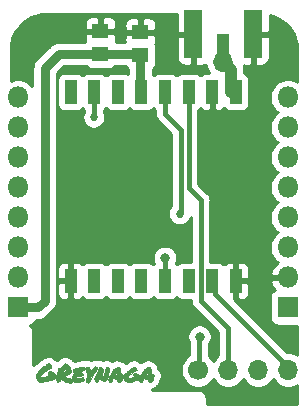
<source format=gbr>
G04 #@! TF.GenerationSoftware,KiCad,Pcbnew,5.1.5-52549c5~84~ubuntu18.04.1*
G04 #@! TF.CreationDate,2020-01-02T13:17:24-07:00*
G04 #@! TF.ProjectId,wemos-01,77656d6f-732d-4303-912e-6b696361645f,rev?*
G04 #@! TF.SameCoordinates,Original*
G04 #@! TF.FileFunction,Copper,L1,Top*
G04 #@! TF.FilePolarity,Positive*
%FSLAX46Y46*%
G04 Gerber Fmt 4.6, Leading zero omitted, Abs format (unit mm)*
G04 Created by KiCad (PCBNEW 5.1.5-52549c5~84~ubuntu18.04.1) date 2020-01-02 13:17:24*
%MOMM*%
%LPD*%
G04 APERTURE LIST*
%ADD10C,0.010000*%
%ADD11R,1.000000X2.000000*%
%ADD12R,1.524000X4.064000*%
%ADD13R,1.016000X2.032000*%
%ADD14R,1.400000X1.295000*%
%ADD15O,1.700000X1.700000*%
%ADD16C,1.700000*%
%ADD17O,1.800000X1.800000*%
%ADD18R,1.800000X1.800000*%
%ADD19C,0.685800*%
%ADD20C,0.800000*%
%ADD21C,0.800000*%
%ADD22C,1.016000*%
%ADD23C,0.400000*%
%ADD24C,0.254000*%
G04 APERTURE END LIST*
D10*
G36*
X135828828Y-110608866D02*
G01*
X135872237Y-110637494D01*
X135885099Y-110647874D01*
X135930408Y-110682302D01*
X135963185Y-110700706D01*
X135967867Y-110701666D01*
X135990254Y-110718132D01*
X136020128Y-110758405D01*
X136023955Y-110764723D01*
X136047062Y-110815326D01*
X136048768Y-110865418D01*
X136038286Y-110912890D01*
X136020444Y-110965566D01*
X136003229Y-110995446D01*
X135998428Y-110998000D01*
X135988197Y-111017439D01*
X135975167Y-111069437D01*
X135961521Y-111144514D01*
X135955774Y-111183208D01*
X135915135Y-111394668D01*
X135857215Y-111568975D01*
X135782273Y-111705549D01*
X135690570Y-111803814D01*
X135669519Y-111819315D01*
X135595366Y-111858632D01*
X135528578Y-111865173D01*
X135461270Y-111837228D01*
X135385558Y-111773086D01*
X135366656Y-111753593D01*
X135311819Y-111691480D01*
X135268611Y-111634939D01*
X135246078Y-111595849D01*
X135245743Y-111594843D01*
X135228798Y-111558630D01*
X135216532Y-111548496D01*
X135196375Y-111566270D01*
X135167481Y-111610938D01*
X135136554Y-111669979D01*
X135110299Y-111730870D01*
X135097619Y-111770583D01*
X135066546Y-111840303D01*
X135017484Y-111889881D01*
X134962832Y-111908166D01*
X134917481Y-111893095D01*
X134890330Y-111871125D01*
X134846398Y-111808030D01*
X134806375Y-111728802D01*
X134777819Y-111650533D01*
X134768167Y-111594806D01*
X134777238Y-111558108D01*
X134802730Y-111489657D01*
X134842065Y-111395529D01*
X134892660Y-111281800D01*
X134951936Y-111154546D01*
X134979834Y-111096390D01*
X135040341Y-110970482D01*
X135094105Y-110856922D01*
X135138515Y-110761362D01*
X135170960Y-110689456D01*
X135188830Y-110646856D01*
X135191500Y-110638010D01*
X135203304Y-110619272D01*
X135241235Y-110624648D01*
X135309075Y-110654735D01*
X135314052Y-110657273D01*
X135415040Y-110724828D01*
X135475640Y-110804075D01*
X135496601Y-110896713D01*
X135478671Y-111004436D01*
X135473690Y-111019166D01*
X135461619Y-111071473D01*
X135452978Y-111144115D01*
X135447951Y-111226519D01*
X135446719Y-111308112D01*
X135449467Y-111378323D01*
X135456377Y-111426579D01*
X135466367Y-111442500D01*
X135499623Y-111423284D01*
X135538245Y-111371379D01*
X135578319Y-111295401D01*
X135615928Y-111203963D01*
X135647155Y-111105680D01*
X135668085Y-111009166D01*
X135670292Y-110993900D01*
X135683802Y-110921874D01*
X135705326Y-110838435D01*
X135731358Y-110754090D01*
X135758391Y-110679343D01*
X135782917Y-110624699D01*
X135801428Y-110600665D01*
X135801597Y-110600606D01*
X135828828Y-110608866D01*
G37*
X135828828Y-110608866D02*
X135872237Y-110637494D01*
X135885099Y-110647874D01*
X135930408Y-110682302D01*
X135963185Y-110700706D01*
X135967867Y-110701666D01*
X135990254Y-110718132D01*
X136020128Y-110758405D01*
X136023955Y-110764723D01*
X136047062Y-110815326D01*
X136048768Y-110865418D01*
X136038286Y-110912890D01*
X136020444Y-110965566D01*
X136003229Y-110995446D01*
X135998428Y-110998000D01*
X135988197Y-111017439D01*
X135975167Y-111069437D01*
X135961521Y-111144514D01*
X135955774Y-111183208D01*
X135915135Y-111394668D01*
X135857215Y-111568975D01*
X135782273Y-111705549D01*
X135690570Y-111803814D01*
X135669519Y-111819315D01*
X135595366Y-111858632D01*
X135528578Y-111865173D01*
X135461270Y-111837228D01*
X135385558Y-111773086D01*
X135366656Y-111753593D01*
X135311819Y-111691480D01*
X135268611Y-111634939D01*
X135246078Y-111595849D01*
X135245743Y-111594843D01*
X135228798Y-111558630D01*
X135216532Y-111548496D01*
X135196375Y-111566270D01*
X135167481Y-111610938D01*
X135136554Y-111669979D01*
X135110299Y-111730870D01*
X135097619Y-111770583D01*
X135066546Y-111840303D01*
X135017484Y-111889881D01*
X134962832Y-111908166D01*
X134917481Y-111893095D01*
X134890330Y-111871125D01*
X134846398Y-111808030D01*
X134806375Y-111728802D01*
X134777819Y-111650533D01*
X134768167Y-111594806D01*
X134777238Y-111558108D01*
X134802730Y-111489657D01*
X134842065Y-111395529D01*
X134892660Y-111281800D01*
X134951936Y-111154546D01*
X134979834Y-111096390D01*
X135040341Y-110970482D01*
X135094105Y-110856922D01*
X135138515Y-110761362D01*
X135170960Y-110689456D01*
X135188830Y-110646856D01*
X135191500Y-110638010D01*
X135203304Y-110619272D01*
X135241235Y-110624648D01*
X135309075Y-110654735D01*
X135314052Y-110657273D01*
X135415040Y-110724828D01*
X135475640Y-110804075D01*
X135496601Y-110896713D01*
X135478671Y-111004436D01*
X135473690Y-111019166D01*
X135461619Y-111071473D01*
X135452978Y-111144115D01*
X135447951Y-111226519D01*
X135446719Y-111308112D01*
X135449467Y-111378323D01*
X135456377Y-111426579D01*
X135466367Y-111442500D01*
X135499623Y-111423284D01*
X135538245Y-111371379D01*
X135578319Y-111295401D01*
X135615928Y-111203963D01*
X135647155Y-111105680D01*
X135668085Y-111009166D01*
X135670292Y-110993900D01*
X135683802Y-110921874D01*
X135705326Y-110838435D01*
X135731358Y-110754090D01*
X135758391Y-110679343D01*
X135782917Y-110624699D01*
X135801428Y-110600665D01*
X135801597Y-110600606D01*
X135828828Y-110608866D01*
G36*
X138161160Y-110629137D02*
G01*
X138215347Y-110659348D01*
X138269264Y-110698333D01*
X138309923Y-110736791D01*
X138324456Y-110763634D01*
X138330112Y-110811498D01*
X138336871Y-110842106D01*
X138337881Y-110864528D01*
X138324110Y-110887044D01*
X138289650Y-110914437D01*
X138228591Y-110951489D01*
X138144264Y-110997992D01*
X137921460Y-111134433D01*
X137737096Y-111282529D01*
X137592912Y-111438690D01*
X137498365Y-111558916D01*
X137620224Y-111569500D01*
X137687740Y-111573182D01*
X137736355Y-111571761D01*
X137752667Y-111567328D01*
X137778106Y-111557429D01*
X137831339Y-111546262D01*
X137869084Y-111540531D01*
X137954342Y-111525980D01*
X138040163Y-111506483D01*
X138064270Y-111499774D01*
X138153624Y-111473059D01*
X138122479Y-111413026D01*
X138100420Y-111362356D01*
X138091334Y-111325427D01*
X138075770Y-111294498D01*
X138067132Y-111289793D01*
X138053491Y-111269505D01*
X138068819Y-111234747D01*
X138106810Y-111194456D01*
X138160034Y-111158168D01*
X138231653Y-111119599D01*
X138390420Y-111206735D01*
X138470731Y-111253837D01*
X138542034Y-111300997D01*
X138591582Y-111339647D01*
X138599117Y-111347019D01*
X138639047Y-111382982D01*
X138669755Y-111399720D01*
X138671815Y-111399879D01*
X138689354Y-111381557D01*
X138715842Y-111336666D01*
X139087595Y-111336666D01*
X139169816Y-111336666D01*
X139231628Y-111333682D01*
X139278140Y-111326332D01*
X139283411Y-111324627D01*
X139300668Y-111302234D01*
X139299230Y-111252577D01*
X139278682Y-111171467D01*
X139263616Y-111125138D01*
X139246802Y-111114867D01*
X139215239Y-111141515D01*
X139168212Y-111205839D01*
X139129218Y-111267875D01*
X139087595Y-111336666D01*
X138715842Y-111336666D01*
X138718350Y-111332416D01*
X138754192Y-111260798D01*
X138779250Y-111205518D01*
X138843628Y-111064133D01*
X138897960Y-110959497D01*
X138944742Y-110887922D01*
X138986469Y-110845724D01*
X139025638Y-110829217D01*
X139034412Y-110828666D01*
X139092482Y-110810054D01*
X139159139Y-110758193D01*
X139227023Y-110679048D01*
X139237715Y-110663950D01*
X139260459Y-110635861D01*
X139285990Y-110625824D01*
X139328582Y-110631575D01*
X139371987Y-110642656D01*
X139448869Y-110671617D01*
X139497670Y-110715178D01*
X139526596Y-110783507D01*
X139539174Y-110849833D01*
X139550850Y-110920455D01*
X139568151Y-111011831D01*
X139586131Y-111098541D01*
X139606052Y-111180321D01*
X139624008Y-111227864D01*
X139643642Y-111248891D01*
X139658582Y-111252000D01*
X139704170Y-111262752D01*
X139759494Y-111289261D01*
X139810498Y-111322902D01*
X139843128Y-111355052D01*
X139848167Y-111368314D01*
X139833352Y-111397780D01*
X139795913Y-111440459D01*
X139774366Y-111460579D01*
X139729099Y-111504436D01*
X139710061Y-111541759D01*
X139709722Y-111591560D01*
X139712731Y-111616230D01*
X139705717Y-111714551D01*
X139660148Y-111803801D01*
X139579710Y-111877679D01*
X139548930Y-111896120D01*
X139494357Y-111921285D01*
X139452537Y-111924327D01*
X139405606Y-111908970D01*
X139361493Y-111882687D01*
X139347580Y-111856446D01*
X139348219Y-111854213D01*
X139341944Y-111821471D01*
X139317573Y-111790458D01*
X139283074Y-111751570D01*
X139285829Y-111723306D01*
X139327605Y-111695623D01*
X139334875Y-111692078D01*
X139378731Y-111661326D01*
X139393518Y-111631344D01*
X139378598Y-111611895D01*
X139340167Y-111611286D01*
X139289871Y-111616915D01*
X139216310Y-111620796D01*
X139161000Y-111621869D01*
X139087629Y-111619964D01*
X139044772Y-111611140D01*
X139020754Y-111591933D01*
X139012384Y-111577805D01*
X138990046Y-111551022D01*
X138965811Y-111559674D01*
X138937917Y-111605758D01*
X138904600Y-111691269D01*
X138899825Y-111705250D01*
X138871228Y-111777942D01*
X138840086Y-111839271D01*
X138821591Y-111865825D01*
X138768184Y-111899748D01*
X138704591Y-111906367D01*
X138643360Y-111889249D01*
X138597040Y-111851961D01*
X138578178Y-111798070D01*
X138578167Y-111796624D01*
X138566535Y-111759017D01*
X138556943Y-111749381D01*
X138547247Y-111721160D01*
X138556561Y-111697320D01*
X138567294Y-111673948D01*
X138559053Y-111669615D01*
X138524052Y-111684210D01*
X138498410Y-111696482D01*
X138442058Y-111718851D01*
X138354605Y-111747915D01*
X138246180Y-111780767D01*
X138126915Y-111814502D01*
X138006937Y-111846216D01*
X137896377Y-111873002D01*
X137841010Y-111885042D01*
X137670252Y-111908077D01*
X137528553Y-111900692D01*
X137414993Y-111862355D01*
X137328651Y-111792533D01*
X137268605Y-111690695D01*
X137233935Y-111556307D01*
X137230748Y-111532321D01*
X137218247Y-111426770D01*
X137152082Y-111470680D01*
X137110388Y-111503234D01*
X137093103Y-111537978D01*
X137092390Y-111593040D01*
X137093410Y-111606429D01*
X137092037Y-111680629D01*
X137079209Y-111748943D01*
X137074740Y-111761433D01*
X137027436Y-111833251D01*
X136959103Y-111886215D01*
X136881550Y-111914531D01*
X136806585Y-111912402D01*
X136784292Y-111903964D01*
X136747715Y-111873023D01*
X136736667Y-111844712D01*
X136721912Y-111804112D01*
X136694833Y-111771035D01*
X136665680Y-111731601D01*
X136675123Y-111705138D01*
X136716005Y-111696500D01*
X136750679Y-111682868D01*
X136780336Y-111652166D01*
X136792782Y-111619682D01*
X136787779Y-111606501D01*
X136762103Y-111603793D01*
X136712252Y-111610818D01*
X136698565Y-111613796D01*
X136582056Y-111632062D01*
X136486962Y-111629135D01*
X136419794Y-111605574D01*
X136400200Y-111588126D01*
X136363864Y-111543253D01*
X136328815Y-111596745D01*
X136301684Y-111651130D01*
X136276148Y-111722572D01*
X136269525Y-111746508D01*
X136232179Y-111833719D01*
X136174545Y-111887806D01*
X136100713Y-111905267D01*
X136085254Y-111904163D01*
X136032947Y-111880763D01*
X135984844Y-111832091D01*
X135951342Y-111772578D01*
X135942834Y-111716657D01*
X135944545Y-111708808D01*
X135951041Y-111689795D01*
X135963115Y-111659721D01*
X135982537Y-111614653D01*
X136011079Y-111550662D01*
X136050510Y-111463816D01*
X136102601Y-111350185D01*
X136108831Y-111336666D01*
X136479958Y-111336666D01*
X136575313Y-111336666D01*
X136635390Y-111332570D01*
X136675717Y-111322237D01*
X136683079Y-111316585D01*
X136685640Y-111285611D01*
X136677928Y-111230116D01*
X136671026Y-111199349D01*
X136654940Y-111142135D01*
X136641085Y-111119419D01*
X136623068Y-111124253D01*
X136611128Y-111134261D01*
X136578957Y-111172369D01*
X136540704Y-111229539D01*
X136527826Y-111251497D01*
X136479958Y-111336666D01*
X136108831Y-111336666D01*
X136169123Y-111205838D01*
X136247100Y-111037106D01*
X136295554Y-110939749D01*
X136336670Y-110876692D01*
X136375782Y-110841842D01*
X136418225Y-110829108D01*
X136429621Y-110828666D01*
X136480050Y-110809337D01*
X136546138Y-110751184D01*
X136571919Y-110722885D01*
X136664453Y-110617104D01*
X136779935Y-110654094D01*
X136845312Y-110676545D01*
X136881664Y-110698346D01*
X136900341Y-110731567D01*
X136912696Y-110788280D01*
X136914235Y-110796916D01*
X136940999Y-110944833D01*
X136962648Y-111056201D01*
X136980802Y-111136264D01*
X136997083Y-111190268D01*
X137013111Y-111223456D01*
X137030508Y-111241074D01*
X137050894Y-111248366D01*
X137053907Y-111248837D01*
X137109455Y-111266679D01*
X137162990Y-111296462D01*
X137211898Y-111326840D01*
X137246577Y-111330459D01*
X137277998Y-111303530D01*
X137316427Y-111243471D01*
X137356581Y-111187657D01*
X137418470Y-111116089D01*
X137491636Y-111040498D01*
X137528654Y-111005346D01*
X137600846Y-110943861D01*
X137688891Y-110876275D01*
X137785245Y-110807545D01*
X137882366Y-110742627D01*
X137972707Y-110686478D01*
X138048727Y-110644056D01*
X138102880Y-110620316D01*
X138119691Y-110617000D01*
X138161160Y-110629137D01*
G37*
X138161160Y-110629137D02*
X138215347Y-110659348D01*
X138269264Y-110698333D01*
X138309923Y-110736791D01*
X138324456Y-110763634D01*
X138330112Y-110811498D01*
X138336871Y-110842106D01*
X138337881Y-110864528D01*
X138324110Y-110887044D01*
X138289650Y-110914437D01*
X138228591Y-110951489D01*
X138144264Y-110997992D01*
X137921460Y-111134433D01*
X137737096Y-111282529D01*
X137592912Y-111438690D01*
X137498365Y-111558916D01*
X137620224Y-111569500D01*
X137687740Y-111573182D01*
X137736355Y-111571761D01*
X137752667Y-111567328D01*
X137778106Y-111557429D01*
X137831339Y-111546262D01*
X137869084Y-111540531D01*
X137954342Y-111525980D01*
X138040163Y-111506483D01*
X138064270Y-111499774D01*
X138153624Y-111473059D01*
X138122479Y-111413026D01*
X138100420Y-111362356D01*
X138091334Y-111325427D01*
X138075770Y-111294498D01*
X138067132Y-111289793D01*
X138053491Y-111269505D01*
X138068819Y-111234747D01*
X138106810Y-111194456D01*
X138160034Y-111158168D01*
X138231653Y-111119599D01*
X138390420Y-111206735D01*
X138470731Y-111253837D01*
X138542034Y-111300997D01*
X138591582Y-111339647D01*
X138599117Y-111347019D01*
X138639047Y-111382982D01*
X138669755Y-111399720D01*
X138671815Y-111399879D01*
X138689354Y-111381557D01*
X138715842Y-111336666D01*
X139087595Y-111336666D01*
X139169816Y-111336666D01*
X139231628Y-111333682D01*
X139278140Y-111326332D01*
X139283411Y-111324627D01*
X139300668Y-111302234D01*
X139299230Y-111252577D01*
X139278682Y-111171467D01*
X139263616Y-111125138D01*
X139246802Y-111114867D01*
X139215239Y-111141515D01*
X139168212Y-111205839D01*
X139129218Y-111267875D01*
X139087595Y-111336666D01*
X138715842Y-111336666D01*
X138718350Y-111332416D01*
X138754192Y-111260798D01*
X138779250Y-111205518D01*
X138843628Y-111064133D01*
X138897960Y-110959497D01*
X138944742Y-110887922D01*
X138986469Y-110845724D01*
X139025638Y-110829217D01*
X139034412Y-110828666D01*
X139092482Y-110810054D01*
X139159139Y-110758193D01*
X139227023Y-110679048D01*
X139237715Y-110663950D01*
X139260459Y-110635861D01*
X139285990Y-110625824D01*
X139328582Y-110631575D01*
X139371987Y-110642656D01*
X139448869Y-110671617D01*
X139497670Y-110715178D01*
X139526596Y-110783507D01*
X139539174Y-110849833D01*
X139550850Y-110920455D01*
X139568151Y-111011831D01*
X139586131Y-111098541D01*
X139606052Y-111180321D01*
X139624008Y-111227864D01*
X139643642Y-111248891D01*
X139658582Y-111252000D01*
X139704170Y-111262752D01*
X139759494Y-111289261D01*
X139810498Y-111322902D01*
X139843128Y-111355052D01*
X139848167Y-111368314D01*
X139833352Y-111397780D01*
X139795913Y-111440459D01*
X139774366Y-111460579D01*
X139729099Y-111504436D01*
X139710061Y-111541759D01*
X139709722Y-111591560D01*
X139712731Y-111616230D01*
X139705717Y-111714551D01*
X139660148Y-111803801D01*
X139579710Y-111877679D01*
X139548930Y-111896120D01*
X139494357Y-111921285D01*
X139452537Y-111924327D01*
X139405606Y-111908970D01*
X139361493Y-111882687D01*
X139347580Y-111856446D01*
X139348219Y-111854213D01*
X139341944Y-111821471D01*
X139317573Y-111790458D01*
X139283074Y-111751570D01*
X139285829Y-111723306D01*
X139327605Y-111695623D01*
X139334875Y-111692078D01*
X139378731Y-111661326D01*
X139393518Y-111631344D01*
X139378598Y-111611895D01*
X139340167Y-111611286D01*
X139289871Y-111616915D01*
X139216310Y-111620796D01*
X139161000Y-111621869D01*
X139087629Y-111619964D01*
X139044772Y-111611140D01*
X139020754Y-111591933D01*
X139012384Y-111577805D01*
X138990046Y-111551022D01*
X138965811Y-111559674D01*
X138937917Y-111605758D01*
X138904600Y-111691269D01*
X138899825Y-111705250D01*
X138871228Y-111777942D01*
X138840086Y-111839271D01*
X138821591Y-111865825D01*
X138768184Y-111899748D01*
X138704591Y-111906367D01*
X138643360Y-111889249D01*
X138597040Y-111851961D01*
X138578178Y-111798070D01*
X138578167Y-111796624D01*
X138566535Y-111759017D01*
X138556943Y-111749381D01*
X138547247Y-111721160D01*
X138556561Y-111697320D01*
X138567294Y-111673948D01*
X138559053Y-111669615D01*
X138524052Y-111684210D01*
X138498410Y-111696482D01*
X138442058Y-111718851D01*
X138354605Y-111747915D01*
X138246180Y-111780767D01*
X138126915Y-111814502D01*
X138006937Y-111846216D01*
X137896377Y-111873002D01*
X137841010Y-111885042D01*
X137670252Y-111908077D01*
X137528553Y-111900692D01*
X137414993Y-111862355D01*
X137328651Y-111792533D01*
X137268605Y-111690695D01*
X137233935Y-111556307D01*
X137230748Y-111532321D01*
X137218247Y-111426770D01*
X137152082Y-111470680D01*
X137110388Y-111503234D01*
X137093103Y-111537978D01*
X137092390Y-111593040D01*
X137093410Y-111606429D01*
X137092037Y-111680629D01*
X137079209Y-111748943D01*
X137074740Y-111761433D01*
X137027436Y-111833251D01*
X136959103Y-111886215D01*
X136881550Y-111914531D01*
X136806585Y-111912402D01*
X136784292Y-111903964D01*
X136747715Y-111873023D01*
X136736667Y-111844712D01*
X136721912Y-111804112D01*
X136694833Y-111771035D01*
X136665680Y-111731601D01*
X136675123Y-111705138D01*
X136716005Y-111696500D01*
X136750679Y-111682868D01*
X136780336Y-111652166D01*
X136792782Y-111619682D01*
X136787779Y-111606501D01*
X136762103Y-111603793D01*
X136712252Y-111610818D01*
X136698565Y-111613796D01*
X136582056Y-111632062D01*
X136486962Y-111629135D01*
X136419794Y-111605574D01*
X136400200Y-111588126D01*
X136363864Y-111543253D01*
X136328815Y-111596745D01*
X136301684Y-111651130D01*
X136276148Y-111722572D01*
X136269525Y-111746508D01*
X136232179Y-111833719D01*
X136174545Y-111887806D01*
X136100713Y-111905267D01*
X136085254Y-111904163D01*
X136032947Y-111880763D01*
X135984844Y-111832091D01*
X135951342Y-111772578D01*
X135942834Y-111716657D01*
X135944545Y-111708808D01*
X135951041Y-111689795D01*
X135963115Y-111659721D01*
X135982537Y-111614653D01*
X136011079Y-111550662D01*
X136050510Y-111463816D01*
X136102601Y-111350185D01*
X136108831Y-111336666D01*
X136479958Y-111336666D01*
X136575313Y-111336666D01*
X136635390Y-111332570D01*
X136675717Y-111322237D01*
X136683079Y-111316585D01*
X136685640Y-111285611D01*
X136677928Y-111230116D01*
X136671026Y-111199349D01*
X136654940Y-111142135D01*
X136641085Y-111119419D01*
X136623068Y-111124253D01*
X136611128Y-111134261D01*
X136578957Y-111172369D01*
X136540704Y-111229539D01*
X136527826Y-111251497D01*
X136479958Y-111336666D01*
X136108831Y-111336666D01*
X136169123Y-111205838D01*
X136247100Y-111037106D01*
X136295554Y-110939749D01*
X136336670Y-110876692D01*
X136375782Y-110841842D01*
X136418225Y-110829108D01*
X136429621Y-110828666D01*
X136480050Y-110809337D01*
X136546138Y-110751184D01*
X136571919Y-110722885D01*
X136664453Y-110617104D01*
X136779935Y-110654094D01*
X136845312Y-110676545D01*
X136881664Y-110698346D01*
X136900341Y-110731567D01*
X136912696Y-110788280D01*
X136914235Y-110796916D01*
X136940999Y-110944833D01*
X136962648Y-111056201D01*
X136980802Y-111136264D01*
X136997083Y-111190268D01*
X137013111Y-111223456D01*
X137030508Y-111241074D01*
X137050894Y-111248366D01*
X137053907Y-111248837D01*
X137109455Y-111266679D01*
X137162990Y-111296462D01*
X137211898Y-111326840D01*
X137246577Y-111330459D01*
X137277998Y-111303530D01*
X137316427Y-111243471D01*
X137356581Y-111187657D01*
X137418470Y-111116089D01*
X137491636Y-111040498D01*
X137528654Y-111005346D01*
X137600846Y-110943861D01*
X137688891Y-110876275D01*
X137785245Y-110807545D01*
X137882366Y-110742627D01*
X137972707Y-110686478D01*
X138048727Y-110644056D01*
X138102880Y-110620316D01*
X138119691Y-110617000D01*
X138161160Y-110629137D01*
G36*
X134892473Y-110609410D02*
G01*
X134943289Y-110643936D01*
X134970986Y-110667450D01*
X135014119Y-110712687D01*
X135034378Y-110754156D01*
X135029894Y-110798764D01*
X134998799Y-110853420D01*
X134939224Y-110925030D01*
X134885804Y-110982406D01*
X134795452Y-111089928D01*
X134692430Y-111235353D01*
X134578061Y-111416630D01*
X134453667Y-111631708D01*
X134377741Y-111770583D01*
X134316332Y-111875768D01*
X134265727Y-111942613D01*
X134226672Y-111970174D01*
X134219080Y-111970838D01*
X134193351Y-111962599D01*
X134146928Y-111943720D01*
X134143237Y-111942119D01*
X134084022Y-111897739D01*
X134041290Y-111832077D01*
X134027334Y-111771735D01*
X134036567Y-111741891D01*
X134061501Y-111683902D01*
X134097983Y-111607014D01*
X134129047Y-111545190D01*
X134230760Y-111347250D01*
X134183552Y-111277684D01*
X134152069Y-111219295D01*
X134124880Y-111140577D01*
X134100299Y-111035056D01*
X134076639Y-110896259D01*
X134067173Y-110830817D01*
X134056891Y-110748923D01*
X134054846Y-110697394D01*
X134062117Y-110664870D01*
X134079786Y-110639993D01*
X134085919Y-110633673D01*
X134111714Y-110610730D01*
X134135980Y-110604713D01*
X134172598Y-110616276D01*
X134223283Y-110640165D01*
X134282230Y-110672806D01*
X134322829Y-110709296D01*
X134351397Y-110759843D01*
X134374248Y-110834651D01*
X134391152Y-110911429D01*
X134418917Y-111047108D01*
X134493459Y-110940510D01*
X134586153Y-110817151D01*
X134674310Y-110717379D01*
X134753888Y-110645034D01*
X134820845Y-110603954D01*
X134856365Y-110595833D01*
X134892473Y-110609410D01*
G37*
X134892473Y-110609410D02*
X134943289Y-110643936D01*
X134970986Y-110667450D01*
X135014119Y-110712687D01*
X135034378Y-110754156D01*
X135029894Y-110798764D01*
X134998799Y-110853420D01*
X134939224Y-110925030D01*
X134885804Y-110982406D01*
X134795452Y-111089928D01*
X134692430Y-111235353D01*
X134578061Y-111416630D01*
X134453667Y-111631708D01*
X134377741Y-111770583D01*
X134316332Y-111875768D01*
X134265727Y-111942613D01*
X134226672Y-111970174D01*
X134219080Y-111970838D01*
X134193351Y-111962599D01*
X134146928Y-111943720D01*
X134143237Y-111942119D01*
X134084022Y-111897739D01*
X134041290Y-111832077D01*
X134027334Y-111771735D01*
X134036567Y-111741891D01*
X134061501Y-111683902D01*
X134097983Y-111607014D01*
X134129047Y-111545190D01*
X134230760Y-111347250D01*
X134183552Y-111277684D01*
X134152069Y-111219295D01*
X134124880Y-111140577D01*
X134100299Y-111035056D01*
X134076639Y-110896259D01*
X134067173Y-110830817D01*
X134056891Y-110748923D01*
X134054846Y-110697394D01*
X134062117Y-110664870D01*
X134079786Y-110639993D01*
X134085919Y-110633673D01*
X134111714Y-110610730D01*
X134135980Y-110604713D01*
X134172598Y-110616276D01*
X134223283Y-110640165D01*
X134282230Y-110672806D01*
X134322829Y-110709296D01*
X134351397Y-110759843D01*
X134374248Y-110834651D01*
X134391152Y-110911429D01*
X134418917Y-111047108D01*
X134493459Y-110940510D01*
X134586153Y-110817151D01*
X134674310Y-110717379D01*
X134753888Y-110645034D01*
X134820845Y-110603954D01*
X134856365Y-110595833D01*
X134892473Y-110609410D01*
G36*
X132371254Y-110361171D02*
G01*
X132454592Y-110414287D01*
X132537258Y-110493836D01*
X132613896Y-110592471D01*
X132679150Y-110702845D01*
X132727663Y-110817612D01*
X132754076Y-110929426D01*
X132757334Y-110979153D01*
X132754515Y-111044002D01*
X132740966Y-111090116D01*
X132709044Y-111134341D01*
X132667375Y-111177470D01*
X132608386Y-111228562D01*
X132539688Y-111270882D01*
X132449089Y-111311190D01*
X132379165Y-111337212D01*
X132289652Y-111369771D01*
X132234679Y-111392529D01*
X132208610Y-111409039D01*
X132205813Y-111422855D01*
X132220415Y-111437350D01*
X132317900Y-111496605D01*
X132438044Y-111542804D01*
X132590201Y-111579493D01*
X132600769Y-111581510D01*
X132689234Y-111599442D01*
X132764697Y-111617031D01*
X132815268Y-111631415D01*
X132826125Y-111635761D01*
X132850484Y-111642417D01*
X132861040Y-111623196D01*
X132863167Y-111576516D01*
X132874170Y-111511390D01*
X132904949Y-111420793D01*
X132947834Y-111323587D01*
X132992745Y-111228018D01*
X133019438Y-111162175D01*
X133029838Y-111118552D01*
X133025872Y-111089642D01*
X133012639Y-111071024D01*
X132998668Y-111039740D01*
X132984839Y-110981953D01*
X132978440Y-110941884D01*
X132971844Y-110876095D01*
X132976583Y-110837853D01*
X132996211Y-110813095D01*
X133014176Y-110800430D01*
X133064488Y-110777591D01*
X133147548Y-110750578D01*
X133254259Y-110721618D01*
X133375522Y-110692937D01*
X133502238Y-110666761D01*
X133625309Y-110645317D01*
X133680731Y-110637317D01*
X133772199Y-110625761D01*
X133831698Y-110621001D01*
X133869164Y-110623847D01*
X133894537Y-110635106D01*
X133917752Y-110655587D01*
X133918856Y-110656688D01*
X133957528Y-110688920D01*
X133985000Y-110701666D01*
X134000002Y-110720024D01*
X134006167Y-110763630D01*
X133986154Y-110830512D01*
X133926451Y-110883725D01*
X133827556Y-110922897D01*
X133777339Y-110934510D01*
X133689180Y-110953903D01*
X133600054Y-110976704D01*
X133561667Y-110987899D01*
X133489908Y-111008911D01*
X133424852Y-111025728D01*
X133408209Y-111029391D01*
X133363335Y-111049682D01*
X133350000Y-111075406D01*
X133355189Y-111092699D01*
X133376438Y-111101150D01*
X133422273Y-111101870D01*
X133501220Y-111095967D01*
X133505195Y-111095609D01*
X133660390Y-111081545D01*
X133738028Y-111154768D01*
X133783061Y-111203350D01*
X133811077Y-111245340D01*
X133815667Y-111260733D01*
X133798531Y-111287975D01*
X133754064Y-111325352D01*
X133704542Y-111357206D01*
X133639870Y-111391069D01*
X133582590Y-111410404D01*
X133515842Y-111419122D01*
X133429064Y-111421134D01*
X133346084Y-111421944D01*
X133294384Y-111426589D01*
X133262911Y-111438766D01*
X133240613Y-111462172D01*
X133222768Y-111490125D01*
X133195512Y-111538623D01*
X133181319Y-111571285D01*
X133180746Y-111574791D01*
X133200198Y-111585667D01*
X133253193Y-111590140D01*
X133331480Y-111588530D01*
X133426806Y-111581160D01*
X133530919Y-111568351D01*
X133590596Y-111558816D01*
X133773238Y-111526966D01*
X133846338Y-111604467D01*
X133890796Y-111658382D01*
X133903401Y-111700809D01*
X133883235Y-111743849D01*
X133831684Y-111797452D01*
X133771563Y-111833056D01*
X133673512Y-111864902D01*
X133541844Y-111891958D01*
X133380875Y-111913191D01*
X133326269Y-111918380D01*
X133169331Y-111921301D01*
X133046315Y-111899630D01*
X132956580Y-111853220D01*
X132929738Y-111827554D01*
X132897481Y-111792343D01*
X132886147Y-111788024D01*
X132889519Y-111813001D01*
X132890520Y-111817465D01*
X132882177Y-111874369D01*
X132851418Y-111918007D01*
X132784878Y-111958746D01*
X132687765Y-111970677D01*
X132560518Y-111953807D01*
X132408084Y-111909715D01*
X132225972Y-111839347D01*
X132077406Y-111766692D01*
X131970620Y-111696500D01*
X132863167Y-111696500D01*
X132870911Y-111713922D01*
X132877278Y-111710611D01*
X132879811Y-111685491D01*
X132877278Y-111682388D01*
X132864694Y-111685294D01*
X132863167Y-111696500D01*
X131970620Y-111696500D01*
X131966510Y-111693799D01*
X131956018Y-111685207D01*
X131913960Y-111651202D01*
X131894876Y-111643388D01*
X131889703Y-111660277D01*
X131889500Y-111674294D01*
X131880062Y-111721218D01*
X131856531Y-111782949D01*
X131847649Y-111801388D01*
X131795590Y-111869085D01*
X131730587Y-111901704D01*
X131660355Y-111896500D01*
X131627258Y-111879897D01*
X131584741Y-111830817D01*
X131552953Y-111753883D01*
X131535856Y-111663029D01*
X131537414Y-111572192D01*
X131538227Y-111566797D01*
X131552231Y-111479220D01*
X131477163Y-111545131D01*
X131428695Y-111585379D01*
X131380921Y-111618070D01*
X131326044Y-111646556D01*
X131256265Y-111674186D01*
X131163785Y-111704312D01*
X131040805Y-111740286D01*
X130988843Y-111754954D01*
X130742858Y-111819202D01*
X130531396Y-111864202D01*
X130355115Y-111889871D01*
X130214671Y-111896131D01*
X130110723Y-111882900D01*
X130069167Y-111867194D01*
X129961959Y-111788152D01*
X129881104Y-111679152D01*
X129829474Y-111545462D01*
X129809944Y-111392350D01*
X129809938Y-111391945D01*
X129827186Y-111286740D01*
X129879336Y-111168820D01*
X129962574Y-111042604D01*
X130073090Y-110912507D01*
X130207071Y-110782948D01*
X130360707Y-110658344D01*
X130530186Y-110543111D01*
X130556000Y-110527351D01*
X130639283Y-110476410D01*
X130713882Y-110429304D01*
X130768848Y-110393014D01*
X130786396Y-110380460D01*
X130833293Y-110355284D01*
X130883523Y-110342892D01*
X130922806Y-110345092D01*
X130937000Y-110361414D01*
X130953971Y-110382205D01*
X130997132Y-110413069D01*
X131026638Y-110430441D01*
X131084522Y-110467812D01*
X131114837Y-110506938D01*
X131129905Y-110563741D01*
X131129933Y-110563911D01*
X131136656Y-110622889D01*
X131136337Y-110664671D01*
X131134948Y-110670453D01*
X131113120Y-110689504D01*
X131062372Y-110720857D01*
X130992123Y-110758867D01*
X130962862Y-110773592D01*
X130863488Y-110825708D01*
X130757001Y-110886380D01*
X130665665Y-110942901D01*
X130661834Y-110945431D01*
X130574338Y-111011181D01*
X130472994Y-111099299D01*
X130368932Y-111198964D01*
X130273280Y-111299353D01*
X130197168Y-111389647D01*
X130177715Y-111416129D01*
X130148869Y-111461459D01*
X130144669Y-111484992D01*
X130163162Y-111497863D01*
X130163363Y-111497941D01*
X130212900Y-111504648D01*
X130295074Y-111502023D01*
X130401438Y-111490950D01*
X130523546Y-111472311D01*
X130621809Y-111453083D01*
X131550834Y-111453083D01*
X131561417Y-111463666D01*
X131572000Y-111453083D01*
X131561417Y-111442500D01*
X131550834Y-111453083D01*
X130621809Y-111453083D01*
X130652952Y-111446989D01*
X130654850Y-111446575D01*
X130764708Y-111422009D01*
X130838424Y-111402388D01*
X130881258Y-111383818D01*
X130898471Y-111362409D01*
X130895320Y-111334267D01*
X130877066Y-111295499D01*
X130871946Y-111285904D01*
X130847425Y-111229850D01*
X130837924Y-111186283D01*
X130839224Y-111176866D01*
X130835505Y-111147298D01*
X130826170Y-111140973D01*
X130810128Y-111120083D01*
X130826490Y-111083969D01*
X130871161Y-111038857D01*
X130914163Y-111007176D01*
X130999248Y-110950869D01*
X131160061Y-111032643D01*
X131258136Y-111088733D01*
X131362148Y-111157947D01*
X131449961Y-111225532D01*
X131451729Y-111227049D01*
X131517435Y-111281793D01*
X131558383Y-111310357D01*
X131580366Y-111315863D01*
X131589178Y-111301433D01*
X131589231Y-111301132D01*
X131600215Y-111244020D01*
X131616941Y-111164674D01*
X131637206Y-111072690D01*
X131645865Y-111034598D01*
X132061121Y-111034598D01*
X132064545Y-111055909D01*
X132100504Y-111054967D01*
X132171332Y-111033810D01*
X132245731Y-111007017D01*
X132329595Y-110971836D01*
X132374453Y-110939790D01*
X132382722Y-110905285D01*
X132356822Y-110862726D01*
X132322990Y-110828265D01*
X132290957Y-110802426D01*
X132263159Y-110796409D01*
X132231909Y-110813996D01*
X132189521Y-110858972D01*
X132142532Y-110917081D01*
X132087895Y-110989001D01*
X132061121Y-111034598D01*
X131645865Y-111034598D01*
X131658809Y-110977660D01*
X131679549Y-110889179D01*
X131697225Y-110816840D01*
X131709635Y-110770238D01*
X131713767Y-110758397D01*
X131740673Y-110747848D01*
X131785957Y-110748851D01*
X131820376Y-110750484D01*
X131851548Y-110740587D01*
X131885844Y-110713772D01*
X131929634Y-110664649D01*
X131989290Y-110587831D01*
X132011773Y-110557857D01*
X132099591Y-110454629D01*
X132184047Y-110382918D01*
X132260734Y-110346111D01*
X132292603Y-110341833D01*
X132371254Y-110361171D01*
G37*
X132371254Y-110361171D02*
X132454592Y-110414287D01*
X132537258Y-110493836D01*
X132613896Y-110592471D01*
X132679150Y-110702845D01*
X132727663Y-110817612D01*
X132754076Y-110929426D01*
X132757334Y-110979153D01*
X132754515Y-111044002D01*
X132740966Y-111090116D01*
X132709044Y-111134341D01*
X132667375Y-111177470D01*
X132608386Y-111228562D01*
X132539688Y-111270882D01*
X132449089Y-111311190D01*
X132379165Y-111337212D01*
X132289652Y-111369771D01*
X132234679Y-111392529D01*
X132208610Y-111409039D01*
X132205813Y-111422855D01*
X132220415Y-111437350D01*
X132317900Y-111496605D01*
X132438044Y-111542804D01*
X132590201Y-111579493D01*
X132600769Y-111581510D01*
X132689234Y-111599442D01*
X132764697Y-111617031D01*
X132815268Y-111631415D01*
X132826125Y-111635761D01*
X132850484Y-111642417D01*
X132861040Y-111623196D01*
X132863167Y-111576516D01*
X132874170Y-111511390D01*
X132904949Y-111420793D01*
X132947834Y-111323587D01*
X132992745Y-111228018D01*
X133019438Y-111162175D01*
X133029838Y-111118552D01*
X133025872Y-111089642D01*
X133012639Y-111071024D01*
X132998668Y-111039740D01*
X132984839Y-110981953D01*
X132978440Y-110941884D01*
X132971844Y-110876095D01*
X132976583Y-110837853D01*
X132996211Y-110813095D01*
X133014176Y-110800430D01*
X133064488Y-110777591D01*
X133147548Y-110750578D01*
X133254259Y-110721618D01*
X133375522Y-110692937D01*
X133502238Y-110666761D01*
X133625309Y-110645317D01*
X133680731Y-110637317D01*
X133772199Y-110625761D01*
X133831698Y-110621001D01*
X133869164Y-110623847D01*
X133894537Y-110635106D01*
X133917752Y-110655587D01*
X133918856Y-110656688D01*
X133957528Y-110688920D01*
X133985000Y-110701666D01*
X134000002Y-110720024D01*
X134006167Y-110763630D01*
X133986154Y-110830512D01*
X133926451Y-110883725D01*
X133827556Y-110922897D01*
X133777339Y-110934510D01*
X133689180Y-110953903D01*
X133600054Y-110976704D01*
X133561667Y-110987899D01*
X133489908Y-111008911D01*
X133424852Y-111025728D01*
X133408209Y-111029391D01*
X133363335Y-111049682D01*
X133350000Y-111075406D01*
X133355189Y-111092699D01*
X133376438Y-111101150D01*
X133422273Y-111101870D01*
X133501220Y-111095967D01*
X133505195Y-111095609D01*
X133660390Y-111081545D01*
X133738028Y-111154768D01*
X133783061Y-111203350D01*
X133811077Y-111245340D01*
X133815667Y-111260733D01*
X133798531Y-111287975D01*
X133754064Y-111325352D01*
X133704542Y-111357206D01*
X133639870Y-111391069D01*
X133582590Y-111410404D01*
X133515842Y-111419122D01*
X133429064Y-111421134D01*
X133346084Y-111421944D01*
X133294384Y-111426589D01*
X133262911Y-111438766D01*
X133240613Y-111462172D01*
X133222768Y-111490125D01*
X133195512Y-111538623D01*
X133181319Y-111571285D01*
X133180746Y-111574791D01*
X133200198Y-111585667D01*
X133253193Y-111590140D01*
X133331480Y-111588530D01*
X133426806Y-111581160D01*
X133530919Y-111568351D01*
X133590596Y-111558816D01*
X133773238Y-111526966D01*
X133846338Y-111604467D01*
X133890796Y-111658382D01*
X133903401Y-111700809D01*
X133883235Y-111743849D01*
X133831684Y-111797452D01*
X133771563Y-111833056D01*
X133673512Y-111864902D01*
X133541844Y-111891958D01*
X133380875Y-111913191D01*
X133326269Y-111918380D01*
X133169331Y-111921301D01*
X133046315Y-111899630D01*
X132956580Y-111853220D01*
X132929738Y-111827554D01*
X132897481Y-111792343D01*
X132886147Y-111788024D01*
X132889519Y-111813001D01*
X132890520Y-111817465D01*
X132882177Y-111874369D01*
X132851418Y-111918007D01*
X132784878Y-111958746D01*
X132687765Y-111970677D01*
X132560518Y-111953807D01*
X132408084Y-111909715D01*
X132225972Y-111839347D01*
X132077406Y-111766692D01*
X131970620Y-111696500D01*
X132863167Y-111696500D01*
X132870911Y-111713922D01*
X132877278Y-111710611D01*
X132879811Y-111685491D01*
X132877278Y-111682388D01*
X132864694Y-111685294D01*
X132863167Y-111696500D01*
X131970620Y-111696500D01*
X131966510Y-111693799D01*
X131956018Y-111685207D01*
X131913960Y-111651202D01*
X131894876Y-111643388D01*
X131889703Y-111660277D01*
X131889500Y-111674294D01*
X131880062Y-111721218D01*
X131856531Y-111782949D01*
X131847649Y-111801388D01*
X131795590Y-111869085D01*
X131730587Y-111901704D01*
X131660355Y-111896500D01*
X131627258Y-111879897D01*
X131584741Y-111830817D01*
X131552953Y-111753883D01*
X131535856Y-111663029D01*
X131537414Y-111572192D01*
X131538227Y-111566797D01*
X131552231Y-111479220D01*
X131477163Y-111545131D01*
X131428695Y-111585379D01*
X131380921Y-111618070D01*
X131326044Y-111646556D01*
X131256265Y-111674186D01*
X131163785Y-111704312D01*
X131040805Y-111740286D01*
X130988843Y-111754954D01*
X130742858Y-111819202D01*
X130531396Y-111864202D01*
X130355115Y-111889871D01*
X130214671Y-111896131D01*
X130110723Y-111882900D01*
X130069167Y-111867194D01*
X129961959Y-111788152D01*
X129881104Y-111679152D01*
X129829474Y-111545462D01*
X129809944Y-111392350D01*
X129809938Y-111391945D01*
X129827186Y-111286740D01*
X129879336Y-111168820D01*
X129962574Y-111042604D01*
X130073090Y-110912507D01*
X130207071Y-110782948D01*
X130360707Y-110658344D01*
X130530186Y-110543111D01*
X130556000Y-110527351D01*
X130639283Y-110476410D01*
X130713882Y-110429304D01*
X130768848Y-110393014D01*
X130786396Y-110380460D01*
X130833293Y-110355284D01*
X130883523Y-110342892D01*
X130922806Y-110345092D01*
X130937000Y-110361414D01*
X130953971Y-110382205D01*
X130997132Y-110413069D01*
X131026638Y-110430441D01*
X131084522Y-110467812D01*
X131114837Y-110506938D01*
X131129905Y-110563741D01*
X131129933Y-110563911D01*
X131136656Y-110622889D01*
X131136337Y-110664671D01*
X131134948Y-110670453D01*
X131113120Y-110689504D01*
X131062372Y-110720857D01*
X130992123Y-110758867D01*
X130962862Y-110773592D01*
X130863488Y-110825708D01*
X130757001Y-110886380D01*
X130665665Y-110942901D01*
X130661834Y-110945431D01*
X130574338Y-111011181D01*
X130472994Y-111099299D01*
X130368932Y-111198964D01*
X130273280Y-111299353D01*
X130197168Y-111389647D01*
X130177715Y-111416129D01*
X130148869Y-111461459D01*
X130144669Y-111484992D01*
X130163162Y-111497863D01*
X130163363Y-111497941D01*
X130212900Y-111504648D01*
X130295074Y-111502023D01*
X130401438Y-111490950D01*
X130523546Y-111472311D01*
X130621809Y-111453083D01*
X131550834Y-111453083D01*
X131561417Y-111463666D01*
X131572000Y-111453083D01*
X131561417Y-111442500D01*
X131550834Y-111453083D01*
X130621809Y-111453083D01*
X130652952Y-111446989D01*
X130654850Y-111446575D01*
X130764708Y-111422009D01*
X130838424Y-111402388D01*
X130881258Y-111383818D01*
X130898471Y-111362409D01*
X130895320Y-111334267D01*
X130877066Y-111295499D01*
X130871946Y-111285904D01*
X130847425Y-111229850D01*
X130837924Y-111186283D01*
X130839224Y-111176866D01*
X130835505Y-111147298D01*
X130826170Y-111140973D01*
X130810128Y-111120083D01*
X130826490Y-111083969D01*
X130871161Y-111038857D01*
X130914163Y-111007176D01*
X130999248Y-110950869D01*
X131160061Y-111032643D01*
X131258136Y-111088733D01*
X131362148Y-111157947D01*
X131449961Y-111225532D01*
X131451729Y-111227049D01*
X131517435Y-111281793D01*
X131558383Y-111310357D01*
X131580366Y-111315863D01*
X131589178Y-111301433D01*
X131589231Y-111301132D01*
X131600215Y-111244020D01*
X131616941Y-111164674D01*
X131637206Y-111072690D01*
X131645865Y-111034598D01*
X132061121Y-111034598D01*
X132064545Y-111055909D01*
X132100504Y-111054967D01*
X132171332Y-111033810D01*
X132245731Y-111007017D01*
X132329595Y-110971836D01*
X132374453Y-110939790D01*
X132382722Y-110905285D01*
X132356822Y-110862726D01*
X132322990Y-110828265D01*
X132290957Y-110802426D01*
X132263159Y-110796409D01*
X132231909Y-110813996D01*
X132189521Y-110858972D01*
X132142532Y-110917081D01*
X132087895Y-110989001D01*
X132061121Y-111034598D01*
X131645865Y-111034598D01*
X131658809Y-110977660D01*
X131679549Y-110889179D01*
X131697225Y-110816840D01*
X131709635Y-110770238D01*
X131713767Y-110758397D01*
X131740673Y-110747848D01*
X131785957Y-110748851D01*
X131820376Y-110750484D01*
X131851548Y-110740587D01*
X131885844Y-110713772D01*
X131929634Y-110664649D01*
X131989290Y-110587831D01*
X132011773Y-110557857D01*
X132099591Y-110454629D01*
X132184047Y-110382918D01*
X132260734Y-110346111D01*
X132292603Y-110341833D01*
X132371254Y-110361171D01*
D11*
X132750800Y-103351600D03*
X134750800Y-103351600D03*
X136750800Y-103351600D03*
X138750800Y-103351600D03*
X140750800Y-103351600D03*
X142750800Y-103351600D03*
X144750800Y-103351600D03*
X146750800Y-103351600D03*
X146750800Y-87351600D03*
X144750800Y-87351600D03*
X142750800Y-87351600D03*
X140750800Y-87351600D03*
X138750800Y-87351600D03*
X136750800Y-87351600D03*
X134750800Y-87351600D03*
X132750800Y-87351600D03*
D12*
X148209000Y-82448400D03*
X143129000Y-82448400D03*
D13*
X145669000Y-83464400D03*
D14*
X135280400Y-84152500D03*
X135280400Y-82217500D03*
X138658600Y-82293700D03*
X138658600Y-84228700D03*
D15*
X151180800Y-110896400D03*
X148640800Y-110896400D03*
X146100800Y-110896400D03*
D16*
X143560800Y-110896400D03*
D15*
X145669000Y-84836000D03*
D17*
X151157671Y-87820707D03*
X151157671Y-90360707D03*
X151157671Y-92900707D03*
X151157671Y-95440707D03*
X151157671Y-97980707D03*
X151157671Y-100520707D03*
X151157671Y-103060707D03*
D18*
X151157671Y-105600707D03*
X128297671Y-105600707D03*
D17*
X128297671Y-103060707D03*
X128297671Y-100520707D03*
X128297671Y-97980707D03*
X128297671Y-95440707D03*
X128297671Y-92900707D03*
X128297671Y-90360707D03*
X128297671Y-87820707D03*
D19*
X149860000Y-85852000D03*
X142240000Y-85471000D03*
X138684000Y-82423000D03*
X132715000Y-103378000D03*
X150749000Y-82423000D03*
X150749000Y-84201000D03*
X148209000Y-85852000D03*
X148209000Y-87503000D03*
X140716000Y-83312000D03*
X140716000Y-81407000D03*
X140716000Y-84963000D03*
X148209000Y-89281000D03*
X146431000Y-89408000D03*
X144907000Y-89408000D03*
D20*
X136906000Y-85471000D03*
D19*
X142821660Y-103383080D03*
X132715000Y-87376000D03*
D20*
X143675100Y-108064300D03*
D19*
X141986000Y-97663000D03*
X136779000Y-87263544D03*
X134721600Y-89484200D03*
X136779000Y-103377000D03*
X134747000Y-103377000D03*
X138811000Y-103441001D03*
D20*
X140741401Y-101396800D03*
D21*
X138582400Y-84152500D02*
X138658600Y-84228700D01*
X135280400Y-84152500D02*
X138582400Y-84152500D01*
X138658600Y-87259400D02*
X138750800Y-87351600D01*
X138658600Y-84228700D02*
X138658600Y-87259400D01*
X131747500Y-84152500D02*
X135280400Y-84152500D01*
X130556000Y-85344000D02*
X131747500Y-84152500D01*
X130556000Y-105042378D02*
X130556000Y-85344000D01*
X128297671Y-105600707D02*
X129997671Y-105600707D01*
X129997671Y-105600707D02*
X130556000Y-105042378D01*
D22*
X146319000Y-85486000D02*
X145669000Y-84836000D01*
X146319000Y-87377000D02*
X146319000Y-85486000D01*
X145669000Y-83464400D02*
X145669000Y-84836000D01*
D23*
X143659860Y-110797340D02*
X143560800Y-110896400D01*
X143675100Y-108064300D02*
X143659860Y-108079540D01*
X143659860Y-108079540D02*
X143659860Y-110797340D01*
X142750800Y-95501200D02*
X142750800Y-87351600D01*
X142748000Y-95504000D02*
X142750800Y-95501200D01*
X143764000Y-96520000D02*
X142748000Y-95504000D01*
X143764000Y-105029000D02*
X143764000Y-96520000D01*
X146100800Y-110896400D02*
X146100800Y-107365800D01*
X146100800Y-107365800D02*
X143764000Y-105029000D01*
X140750800Y-89188800D02*
X140750800Y-87351600D01*
X142113000Y-90551000D02*
X140750800Y-89188800D01*
X141986000Y-97663000D02*
X142113000Y-97536000D01*
X142113000Y-97536000D02*
X142113000Y-90551000D01*
X144970000Y-104457000D02*
X144970000Y-103377000D01*
X151180800Y-110896400D02*
X151180800Y-110667800D01*
X151180800Y-110667800D02*
X144970000Y-104457000D01*
X134721600Y-87380800D02*
X134750800Y-87351600D01*
X134721600Y-89484200D02*
X134721600Y-87380800D01*
X140614400Y-103215200D02*
X140750800Y-103351600D01*
X140741401Y-103342201D02*
X140750800Y-103351600D01*
X140741401Y-101396800D02*
X140741401Y-103342201D01*
D24*
G36*
X134129215Y-85251185D02*
G01*
X134225906Y-85330537D01*
X134336220Y-85389502D01*
X134455918Y-85425812D01*
X134580400Y-85438072D01*
X135980400Y-85438072D01*
X136104882Y-85425812D01*
X136224580Y-85389502D01*
X136334894Y-85330537D01*
X136431585Y-85251185D01*
X136483850Y-85187500D01*
X137404975Y-85187500D01*
X137428063Y-85230694D01*
X137507415Y-85327385D01*
X137604106Y-85406737D01*
X137623600Y-85417157D01*
X137623601Y-85836087D01*
X137605294Y-85821063D01*
X137494980Y-85762098D01*
X137375282Y-85725788D01*
X137250800Y-85713528D01*
X136250800Y-85713528D01*
X136126318Y-85725788D01*
X136006620Y-85762098D01*
X135896306Y-85821063D01*
X135799615Y-85900415D01*
X135750800Y-85959896D01*
X135701985Y-85900415D01*
X135605294Y-85821063D01*
X135494980Y-85762098D01*
X135375282Y-85725788D01*
X135250800Y-85713528D01*
X134250800Y-85713528D01*
X134126318Y-85725788D01*
X134006620Y-85762098D01*
X133896306Y-85821063D01*
X133799615Y-85900415D01*
X133750800Y-85959896D01*
X133701985Y-85900415D01*
X133605294Y-85821063D01*
X133494980Y-85762098D01*
X133375282Y-85725788D01*
X133250800Y-85713528D01*
X132250800Y-85713528D01*
X132126318Y-85725788D01*
X132006620Y-85762098D01*
X131896306Y-85821063D01*
X131799615Y-85900415D01*
X131720263Y-85997106D01*
X131661298Y-86107420D01*
X131624988Y-86227118D01*
X131612728Y-86351600D01*
X131612728Y-88351600D01*
X131624988Y-88476082D01*
X131661298Y-88595780D01*
X131720263Y-88706094D01*
X131799615Y-88802785D01*
X131896306Y-88882137D01*
X132006620Y-88941102D01*
X132126318Y-88977412D01*
X132250800Y-88989672D01*
X133250800Y-88989672D01*
X133375282Y-88977412D01*
X133494980Y-88941102D01*
X133605294Y-88882137D01*
X133701985Y-88802785D01*
X133750800Y-88743304D01*
X133799615Y-88802785D01*
X133886600Y-88874172D01*
X133886600Y-88973691D01*
X133854996Y-89020990D01*
X133781280Y-89198957D01*
X133743700Y-89387885D01*
X133743700Y-89580515D01*
X133781280Y-89769443D01*
X133854996Y-89947410D01*
X133962015Y-90107575D01*
X134098225Y-90243785D01*
X134258390Y-90350804D01*
X134436357Y-90424520D01*
X134625285Y-90462100D01*
X134817915Y-90462100D01*
X135006843Y-90424520D01*
X135184810Y-90350804D01*
X135344975Y-90243785D01*
X135481185Y-90107575D01*
X135588204Y-89947410D01*
X135661920Y-89769443D01*
X135699500Y-89580515D01*
X135699500Y-89387885D01*
X135661920Y-89198957D01*
X135588204Y-89020990D01*
X135556600Y-88973691D01*
X135556600Y-88908165D01*
X135605294Y-88882137D01*
X135701985Y-88802785D01*
X135750800Y-88743304D01*
X135799615Y-88802785D01*
X135896306Y-88882137D01*
X136006620Y-88941102D01*
X136126318Y-88977412D01*
X136250800Y-88989672D01*
X137250800Y-88989672D01*
X137375282Y-88977412D01*
X137494980Y-88941102D01*
X137605294Y-88882137D01*
X137701985Y-88802785D01*
X137750800Y-88743304D01*
X137799615Y-88802785D01*
X137896306Y-88882137D01*
X138006620Y-88941102D01*
X138126318Y-88977412D01*
X138250800Y-88989672D01*
X139250800Y-88989672D01*
X139375282Y-88977412D01*
X139494980Y-88941102D01*
X139605294Y-88882137D01*
X139701985Y-88802785D01*
X139750800Y-88743304D01*
X139799615Y-88802785D01*
X139896306Y-88882137D01*
X139915800Y-88892557D01*
X139915800Y-89147781D01*
X139911760Y-89188800D01*
X139915800Y-89229818D01*
X139927882Y-89352488D01*
X139975628Y-89509886D01*
X140053164Y-89654945D01*
X140157509Y-89782091D01*
X140189378Y-89808246D01*
X141278001Y-90896870D01*
X141278000Y-96988040D01*
X141226415Y-97039625D01*
X141119396Y-97199790D01*
X141045680Y-97377757D01*
X141008100Y-97566685D01*
X141008100Y-97759315D01*
X141045680Y-97948243D01*
X141119396Y-98126210D01*
X141226415Y-98286375D01*
X141362625Y-98422585D01*
X141522790Y-98529604D01*
X141700757Y-98603320D01*
X141889685Y-98640900D01*
X142082315Y-98640900D01*
X142271243Y-98603320D01*
X142449210Y-98529604D01*
X142609375Y-98422585D01*
X142745585Y-98286375D01*
X142852604Y-98126210D01*
X142926320Y-97948243D01*
X142929001Y-97934766D01*
X142929000Y-101713528D01*
X142250800Y-101713528D01*
X142126318Y-101725788D01*
X142006620Y-101762098D01*
X141896306Y-101821063D01*
X141799615Y-101900415D01*
X141750800Y-101959896D01*
X141701985Y-101900415D01*
X141665481Y-101870457D01*
X141736627Y-101698698D01*
X141776401Y-101498739D01*
X141776401Y-101294861D01*
X141736627Y-101094902D01*
X141658606Y-100906544D01*
X141545338Y-100737026D01*
X141401175Y-100592863D01*
X141231657Y-100479595D01*
X141043299Y-100401574D01*
X140843340Y-100361800D01*
X140639462Y-100361800D01*
X140439503Y-100401574D01*
X140251145Y-100479595D01*
X140081627Y-100592863D01*
X139937464Y-100737026D01*
X139824196Y-100906544D01*
X139746175Y-101094902D01*
X139706401Y-101294861D01*
X139706401Y-101498739D01*
X139746175Y-101698698D01*
X139822090Y-101881971D01*
X139799615Y-101900415D01*
X139750800Y-101959896D01*
X139701985Y-101900415D01*
X139605294Y-101821063D01*
X139494980Y-101762098D01*
X139375282Y-101725788D01*
X139250800Y-101713528D01*
X138250800Y-101713528D01*
X138126318Y-101725788D01*
X138006620Y-101762098D01*
X137896306Y-101821063D01*
X137799615Y-101900415D01*
X137750800Y-101959896D01*
X137701985Y-101900415D01*
X137605294Y-101821063D01*
X137494980Y-101762098D01*
X137375282Y-101725788D01*
X137250800Y-101713528D01*
X136250800Y-101713528D01*
X136126318Y-101725788D01*
X136006620Y-101762098D01*
X135896306Y-101821063D01*
X135799615Y-101900415D01*
X135750800Y-101959896D01*
X135701985Y-101900415D01*
X135605294Y-101821063D01*
X135494980Y-101762098D01*
X135375282Y-101725788D01*
X135250800Y-101713528D01*
X134250800Y-101713528D01*
X134126318Y-101725788D01*
X134006620Y-101762098D01*
X133896306Y-101821063D01*
X133799615Y-101900415D01*
X133750800Y-101959896D01*
X133701985Y-101900415D01*
X133605294Y-101821063D01*
X133494980Y-101762098D01*
X133375282Y-101725788D01*
X133250800Y-101713528D01*
X133036550Y-101716600D01*
X132877800Y-101875350D01*
X132877800Y-103224600D01*
X132897800Y-103224600D01*
X132897800Y-103478600D01*
X132877800Y-103478600D01*
X132877800Y-104827850D01*
X133036550Y-104986600D01*
X133250800Y-104989672D01*
X133375282Y-104977412D01*
X133494980Y-104941102D01*
X133605294Y-104882137D01*
X133701985Y-104802785D01*
X133750800Y-104743304D01*
X133799615Y-104802785D01*
X133896306Y-104882137D01*
X134006620Y-104941102D01*
X134126318Y-104977412D01*
X134250800Y-104989672D01*
X135250800Y-104989672D01*
X135375282Y-104977412D01*
X135494980Y-104941102D01*
X135605294Y-104882137D01*
X135701985Y-104802785D01*
X135750800Y-104743304D01*
X135799615Y-104802785D01*
X135896306Y-104882137D01*
X136006620Y-104941102D01*
X136126318Y-104977412D01*
X136250800Y-104989672D01*
X137250800Y-104989672D01*
X137375282Y-104977412D01*
X137494980Y-104941102D01*
X137605294Y-104882137D01*
X137701985Y-104802785D01*
X137750800Y-104743304D01*
X137799615Y-104802785D01*
X137896306Y-104882137D01*
X138006620Y-104941102D01*
X138126318Y-104977412D01*
X138250800Y-104989672D01*
X139250800Y-104989672D01*
X139375282Y-104977412D01*
X139494980Y-104941102D01*
X139605294Y-104882137D01*
X139701985Y-104802785D01*
X139750800Y-104743304D01*
X139799615Y-104802785D01*
X139896306Y-104882137D01*
X140006620Y-104941102D01*
X140126318Y-104977412D01*
X140250800Y-104989672D01*
X141250800Y-104989672D01*
X141375282Y-104977412D01*
X141494980Y-104941102D01*
X141605294Y-104882137D01*
X141701985Y-104802785D01*
X141750800Y-104743304D01*
X141799615Y-104802785D01*
X141896306Y-104882137D01*
X142006620Y-104941102D01*
X142126318Y-104977412D01*
X142250800Y-104989672D01*
X142928834Y-104989672D01*
X142924960Y-105029000D01*
X142929000Y-105070018D01*
X142941082Y-105192688D01*
X142988828Y-105350086D01*
X143066364Y-105495145D01*
X143170709Y-105622291D01*
X143202579Y-105648446D01*
X145265801Y-107711669D01*
X145265800Y-109668335D01*
X145154168Y-109742925D01*
X144947325Y-109949768D01*
X144830800Y-110124160D01*
X144714275Y-109949768D01*
X144507432Y-109742925D01*
X144494860Y-109734525D01*
X144494860Y-108700393D01*
X144592305Y-108554556D01*
X144670326Y-108366198D01*
X144710100Y-108166239D01*
X144710100Y-107962361D01*
X144670326Y-107762402D01*
X144592305Y-107574044D01*
X144479037Y-107404526D01*
X144334874Y-107260363D01*
X144165356Y-107147095D01*
X143976998Y-107069074D01*
X143777039Y-107029300D01*
X143573161Y-107029300D01*
X143373202Y-107069074D01*
X143184844Y-107147095D01*
X143015326Y-107260363D01*
X142871163Y-107404526D01*
X142757895Y-107574044D01*
X142679874Y-107762402D01*
X142640100Y-107962361D01*
X142640100Y-108166239D01*
X142679874Y-108366198D01*
X142757895Y-108554556D01*
X142824860Y-108654777D01*
X142824861Y-109602145D01*
X142614168Y-109742925D01*
X142407325Y-109949768D01*
X142244810Y-110192989D01*
X142132868Y-110463242D01*
X142075800Y-110750140D01*
X142075800Y-111042660D01*
X142132868Y-111329558D01*
X142244810Y-111599811D01*
X142407325Y-111843032D01*
X142614168Y-112049875D01*
X142857389Y-112212390D01*
X143127642Y-112324332D01*
X143414540Y-112381400D01*
X143707060Y-112381400D01*
X143993958Y-112324332D01*
X144264211Y-112212390D01*
X144507432Y-112049875D01*
X144714275Y-111843032D01*
X144830800Y-111668640D01*
X144947325Y-111843032D01*
X145154168Y-112049875D01*
X145397389Y-112212390D01*
X145667642Y-112324332D01*
X145954540Y-112381400D01*
X146247060Y-112381400D01*
X146533958Y-112324332D01*
X146804211Y-112212390D01*
X147047432Y-112049875D01*
X147254275Y-111843032D01*
X147370800Y-111668640D01*
X147487325Y-111843032D01*
X147694168Y-112049875D01*
X147937389Y-112212390D01*
X148207642Y-112324332D01*
X148494540Y-112381400D01*
X148787060Y-112381400D01*
X149073958Y-112324332D01*
X149344211Y-112212390D01*
X149587432Y-112049875D01*
X149794275Y-111843032D01*
X149910800Y-111668640D01*
X150027325Y-111843032D01*
X150234168Y-112049875D01*
X150477389Y-112212390D01*
X150747642Y-112324332D01*
X151034540Y-112381400D01*
X151327060Y-112381400D01*
X151613958Y-112324332D01*
X151884211Y-112212390D01*
X151918600Y-112189412D01*
X151918600Y-113742400D01*
X144270800Y-113742400D01*
X144270800Y-113293477D01*
X144274235Y-113258600D01*
X144260527Y-113119416D01*
X144219928Y-112985580D01*
X144154000Y-112862237D01*
X144065275Y-112754125D01*
X143957163Y-112665400D01*
X143833820Y-112599472D01*
X143699984Y-112558873D01*
X143606673Y-112549683D01*
X143560800Y-112545165D01*
X143525923Y-112548600D01*
X139610894Y-112548600D01*
X139635665Y-112545490D01*
X139649512Y-112540896D01*
X139663886Y-112538423D01*
X139708666Y-112521269D01*
X139754216Y-112506156D01*
X139762356Y-112502470D01*
X139816930Y-112477305D01*
X139842839Y-112462131D01*
X139870156Y-112449667D01*
X139877853Y-112445128D01*
X139908633Y-112426687D01*
X139957134Y-112390763D01*
X140006006Y-112355039D01*
X140008886Y-112352431D01*
X140009004Y-112352343D01*
X140009105Y-112352232D01*
X140012629Y-112349040D01*
X140093067Y-112275162D01*
X140124292Y-112240280D01*
X140157185Y-112206980D01*
X140165868Y-112193835D01*
X140176376Y-112182097D01*
X140200223Y-112141830D01*
X140226031Y-112102761D01*
X140230150Y-112094831D01*
X140275718Y-112005581D01*
X140298061Y-111948708D01*
X140320676Y-111891822D01*
X140320913Y-111890541D01*
X140321391Y-111889324D01*
X140332264Y-111829181D01*
X140340108Y-111786778D01*
X140359190Y-111757498D01*
X140387284Y-111718341D01*
X140393232Y-111705265D01*
X140401078Y-111693225D01*
X140405147Y-111685269D01*
X140419963Y-111655803D01*
X140423788Y-111645885D01*
X140429167Y-111636716D01*
X140446238Y-111587683D01*
X140464913Y-111539265D01*
X140466738Y-111528798D01*
X140470235Y-111518754D01*
X140477461Y-111467308D01*
X140486371Y-111416216D01*
X140486129Y-111405595D01*
X140487608Y-111395062D01*
X140484706Y-111343232D01*
X140483522Y-111291342D01*
X140481219Y-111280961D01*
X140480625Y-111270351D01*
X140471536Y-111234964D01*
X140471318Y-111232665D01*
X140468656Y-111223749D01*
X140467713Y-111220079D01*
X140456471Y-111169401D01*
X140452198Y-111159670D01*
X140449553Y-111149372D01*
X140446437Y-111140997D01*
X140441398Y-111127735D01*
X140437860Y-111120609D01*
X140435582Y-111112980D01*
X140412446Y-111069146D01*
X140406250Y-111055035D01*
X140402964Y-111050326D01*
X140385851Y-111015859D01*
X140380992Y-111009550D01*
X140377279Y-111002516D01*
X140342929Y-110960133D01*
X140309632Y-110916904D01*
X140303647Y-110911665D01*
X140298633Y-110905479D01*
X140292311Y-110899163D01*
X140259681Y-110867013D01*
X140214712Y-110830630D01*
X140179888Y-110801608D01*
X140170602Y-110745438D01*
X140169805Y-110742459D01*
X140169571Y-110739380D01*
X140167967Y-110730589D01*
X140155389Y-110664263D01*
X140155062Y-110663146D01*
X140154954Y-110661996D01*
X140137490Y-110603205D01*
X140120252Y-110544401D01*
X140119718Y-110543378D01*
X140119387Y-110542262D01*
X140115960Y-110534008D01*
X140087035Y-110465680D01*
X140081407Y-110455334D01*
X140077485Y-110444226D01*
X140051607Y-110400551D01*
X140027349Y-110355957D01*
X140019817Y-110346899D01*
X140013813Y-110336766D01*
X139979943Y-110298946D01*
X139947488Y-110259916D01*
X139938344Y-110252497D01*
X139930484Y-110243720D01*
X139923859Y-110237723D01*
X139875057Y-110194162D01*
X139834009Y-110164171D01*
X139794068Y-110132695D01*
X139783647Y-110127376D01*
X139774202Y-110120475D01*
X139728111Y-110099028D01*
X139682818Y-110075909D01*
X139674477Y-110072701D01*
X139597595Y-110043740D01*
X139567804Y-110035735D01*
X139538940Y-110024815D01*
X139530297Y-110022545D01*
X139486892Y-110011464D01*
X139454683Y-110006523D01*
X139423069Y-109998588D01*
X139414222Y-109997331D01*
X139371629Y-109991580D01*
X139338405Y-109990368D01*
X139305409Y-109986118D01*
X139276125Y-109988095D01*
X139246806Y-109987025D01*
X139213966Y-109992291D01*
X139180786Y-109994531D01*
X139152452Y-110002155D01*
X139123475Y-110006802D01*
X139092285Y-110018345D01*
X139060171Y-110026987D01*
X139051832Y-110030198D01*
X139026301Y-110040235D01*
X139008318Y-110049422D01*
X139006335Y-110050156D01*
X139003603Y-110051831D01*
X138994758Y-110056350D01*
X138961947Y-110069741D01*
X138939258Y-110084703D01*
X138915069Y-110097061D01*
X138887254Y-110118998D01*
X138857673Y-110138505D01*
X138838325Y-110157586D01*
X138816994Y-110174409D01*
X138793971Y-110201328D01*
X138768740Y-110226211D01*
X138763068Y-110233117D01*
X138748020Y-110251702D01*
X138737923Y-110255957D01*
X138734747Y-110257678D01*
X138709052Y-110233375D01*
X138679319Y-110210306D01*
X138651467Y-110184990D01*
X138644262Y-110179704D01*
X138590345Y-110140719D01*
X138561737Y-110124023D01*
X138534777Y-110104763D01*
X138527003Y-110100357D01*
X138472815Y-110070146D01*
X138468561Y-110068293D01*
X138464709Y-110065703D01*
X138411330Y-110043359D01*
X138358305Y-110020258D01*
X138353773Y-110019267D01*
X138349491Y-110017474D01*
X138340932Y-110014904D01*
X138299463Y-110002767D01*
X138275984Y-109998325D01*
X138253209Y-109991082D01*
X138214760Y-109986741D01*
X138176734Y-109979547D01*
X138152831Y-109979750D01*
X138129091Y-109977070D01*
X138090532Y-109980279D01*
X138051832Y-109980608D01*
X138028435Y-109985448D01*
X138004615Y-109987430D01*
X137995836Y-109989099D01*
X137979025Y-109992415D01*
X137976263Y-109993247D01*
X137973402Y-109993551D01*
X137941894Y-110003347D01*
X137929515Y-110005908D01*
X137917930Y-110010799D01*
X137916521Y-110011237D01*
X137859424Y-110028430D01*
X137856880Y-110029780D01*
X137854128Y-110030636D01*
X137845919Y-110034167D01*
X137791766Y-110057907D01*
X137768882Y-110070734D01*
X137744690Y-110080885D01*
X137736857Y-110085185D01*
X137660836Y-110127607D01*
X137652096Y-110133673D01*
X137642490Y-110138247D01*
X137634868Y-110142911D01*
X137544527Y-110199060D01*
X137539643Y-110202803D01*
X137534175Y-110205632D01*
X137526711Y-110210547D01*
X137429590Y-110275465D01*
X137425513Y-110278809D01*
X137420901Y-110281376D01*
X137413590Y-110286515D01*
X137385458Y-110306582D01*
X137383042Y-110303847D01*
X137367998Y-110282318D01*
X137341795Y-110257142D01*
X137317749Y-110229914D01*
X137296873Y-110213980D01*
X137277929Y-110195779D01*
X137247342Y-110176176D01*
X137218460Y-110154132D01*
X137210828Y-110149483D01*
X137174476Y-110127682D01*
X137123960Y-110103747D01*
X137061610Y-110074203D01*
X137053178Y-110071242D01*
X136987801Y-110048791D01*
X136985664Y-110048284D01*
X136983654Y-110047382D01*
X136975163Y-110044598D01*
X136859681Y-110007607D01*
X136806296Y-109996103D01*
X136753285Y-109983300D01*
X136745352Y-109982970D01*
X136737577Y-109981295D01*
X136683002Y-109980380D01*
X136628487Y-109978115D01*
X136620631Y-109979334D01*
X136612689Y-109979201D01*
X136558974Y-109988903D01*
X136505058Y-109997271D01*
X136497598Y-109999989D01*
X136489772Y-110001403D01*
X136438956Y-110021358D01*
X136387701Y-110040035D01*
X136380906Y-110044154D01*
X136373508Y-110047059D01*
X136327541Y-110076501D01*
X136280885Y-110104781D01*
X136275021Y-110110139D01*
X136268327Y-110114427D01*
X136255229Y-110127004D01*
X136252206Y-110125018D01*
X136232013Y-110108191D01*
X136224588Y-110103220D01*
X136181179Y-110074592D01*
X136158760Y-110062769D01*
X136137875Y-110048430D01*
X136103654Y-110033710D01*
X136070694Y-110016329D01*
X136046414Y-110009089D01*
X136023134Y-109999075D01*
X136014601Y-109996421D01*
X135987370Y-109988161D01*
X135979718Y-109986636D01*
X135973574Y-109984252D01*
X135971712Y-109983924D01*
X135968916Y-109982864D01*
X135916735Y-109974080D01*
X135864874Y-109963742D01*
X135857241Y-109963732D01*
X135850567Y-109962555D01*
X135848521Y-109962598D01*
X135845743Y-109962130D01*
X135792850Y-109963649D01*
X135739968Y-109963581D01*
X135732669Y-109965016D01*
X135725688Y-109965162D01*
X135723510Y-109965641D01*
X135720888Y-109965716D01*
X135669323Y-109977473D01*
X135617410Y-109987682D01*
X135610703Y-109990436D01*
X135603694Y-109991977D01*
X135601489Y-109992940D01*
X135599108Y-109993483D01*
X135590651Y-109996370D01*
X135590482Y-109996429D01*
X135546336Y-110016869D01*
X135501867Y-110035131D01*
X135496977Y-110038371D01*
X135480248Y-110032833D01*
X135460829Y-110023501D01*
X135421081Y-110013246D01*
X135382124Y-110000349D01*
X135360754Y-109997681D01*
X135339884Y-109992296D01*
X135331045Y-109990981D01*
X135293114Y-109985605D01*
X135242623Y-109983430D01*
X135192234Y-109979368D01*
X135180312Y-109980745D01*
X135168324Y-109980229D01*
X135118386Y-109987900D01*
X135069537Y-109993544D01*
X135026300Y-109981954D01*
X134971038Y-109966189D01*
X134965914Y-109965766D01*
X134960968Y-109964440D01*
X134903775Y-109960634D01*
X134846555Y-109955909D01*
X134841458Y-109956488D01*
X134836338Y-109956147D01*
X134779468Y-109963526D01*
X134722447Y-109970000D01*
X134713722Y-109971932D01*
X134678201Y-109980053D01*
X134642957Y-109991831D01*
X134606889Y-110000777D01*
X134583861Y-110011579D01*
X134559735Y-110019641D01*
X134527453Y-110038038D01*
X134493806Y-110053821D01*
X134487926Y-110057373D01*
X134445456Y-110037356D01*
X134409105Y-110024386D01*
X134373816Y-110008730D01*
X134365313Y-110005980D01*
X134328695Y-109994417D01*
X134283638Y-109984902D01*
X134239118Y-109973078D01*
X134222636Y-109972020D01*
X134206485Y-109968609D01*
X134160439Y-109968026D01*
X134114468Y-109965075D01*
X134098096Y-109967238D01*
X134081588Y-109967029D01*
X134036304Y-109975401D01*
X134033477Y-109975775D01*
X134030935Y-109975848D01*
X134028201Y-109976472D01*
X133990639Y-109981434D01*
X133981950Y-109983525D01*
X133957684Y-109989542D01*
X133952558Y-109991360D01*
X133926546Y-109986424D01*
X133917640Y-109985686D01*
X133880174Y-109982840D01*
X133834886Y-109983833D01*
X133789573Y-109982388D01*
X133780660Y-109983039D01*
X133721161Y-109987799D01*
X133711086Y-109989607D01*
X133700853Y-109989750D01*
X133691979Y-109990808D01*
X133600512Y-110002364D01*
X133599345Y-110002629D01*
X133598149Y-110002667D01*
X133589296Y-110003882D01*
X133533875Y-110011882D01*
X133529135Y-110013047D01*
X133524264Y-110013344D01*
X133515450Y-110014816D01*
X133392379Y-110036260D01*
X133387043Y-110037738D01*
X133381529Y-110038247D01*
X133372765Y-110039994D01*
X133246049Y-110066170D01*
X133241577Y-110067561D01*
X133236925Y-110068124D01*
X133228214Y-110070120D01*
X133106951Y-110098802D01*
X133101244Y-110100757D01*
X133095275Y-110101679D01*
X133086635Y-110103959D01*
X133052093Y-110113333D01*
X133042637Y-110101163D01*
X133014015Y-110070945D01*
X132987425Y-110038918D01*
X132981029Y-110032677D01*
X132898363Y-109953128D01*
X132852002Y-109916515D01*
X132806076Y-109879442D01*
X132800433Y-109875790D01*
X132800338Y-109875715D01*
X132800238Y-109875664D01*
X132798574Y-109874587D01*
X132715236Y-109821470D01*
X132681861Y-109804529D01*
X132649935Y-109785032D01*
X132626310Y-109776333D01*
X132603856Y-109764936D01*
X132567843Y-109754805D01*
X132532723Y-109741874D01*
X132524060Y-109739681D01*
X132445409Y-109720343D01*
X132393184Y-109712805D01*
X132341196Y-109703681D01*
X132331442Y-109703893D01*
X132321784Y-109702499D01*
X132269095Y-109705248D01*
X132216320Y-109706395D01*
X132207455Y-109707522D01*
X132175586Y-109711800D01*
X132142978Y-109719476D01*
X132109816Y-109724160D01*
X132082334Y-109733751D01*
X132054003Y-109740420D01*
X132023521Y-109754276D01*
X131991886Y-109765317D01*
X131983803Y-109769128D01*
X131907116Y-109805935D01*
X131894209Y-109813764D01*
X131880293Y-109819595D01*
X131840916Y-109846089D01*
X131800320Y-109870713D01*
X131789182Y-109880897D01*
X131776661Y-109889322D01*
X131769809Y-109895058D01*
X131685353Y-109966770D01*
X131652454Y-110000759D01*
X131617960Y-110033164D01*
X131612123Y-110039930D01*
X131585779Y-110070898D01*
X131562115Y-110045847D01*
X131535860Y-110014058D01*
X131519325Y-110000549D01*
X131504663Y-109985028D01*
X131471075Y-109961131D01*
X131439131Y-109935033D01*
X131431657Y-109930134D01*
X131373773Y-109892763D01*
X131368932Y-109890270D01*
X131359329Y-109881251D01*
X131314969Y-109839318D01*
X131314105Y-109838774D01*
X131313348Y-109838063D01*
X131260814Y-109805229D01*
X131209262Y-109772779D01*
X131208308Y-109772413D01*
X131207428Y-109771863D01*
X131149926Y-109750014D01*
X131092644Y-109728038D01*
X131091624Y-109727862D01*
X131090666Y-109727498D01*
X131030166Y-109717259D01*
X130969556Y-109706802D01*
X130968529Y-109706827D01*
X130967511Y-109706655D01*
X130958593Y-109706093D01*
X130919309Y-109703893D01*
X130891017Y-109705076D01*
X130862767Y-109703229D01*
X130828773Y-109707679D01*
X130794512Y-109709112D01*
X130766995Y-109715767D01*
X130738919Y-109719442D01*
X130730228Y-109721522D01*
X130679998Y-109733914D01*
X130667476Y-109738338D01*
X130654432Y-109740786D01*
X130608699Y-109759104D01*
X130562226Y-109775523D01*
X130550806Y-109782293D01*
X130538482Y-109787229D01*
X130530580Y-109791401D01*
X130483683Y-109816576D01*
X130453274Y-109836955D01*
X130421320Y-109854799D01*
X130414016Y-109859947D01*
X130406198Y-109865540D01*
X130366704Y-109891615D01*
X130301460Y-109932814D01*
X130222199Y-109981295D01*
X130196693Y-109996867D01*
X130187709Y-110003638D01*
X130177759Y-110008887D01*
X130170334Y-110013860D01*
X130000856Y-110129093D01*
X129983539Y-110143528D01*
X129964546Y-110155694D01*
X129957566Y-110161275D01*
X129803931Y-110285879D01*
X129787234Y-110302370D01*
X129768646Y-110316704D01*
X129762179Y-110322871D01*
X129628198Y-110452430D01*
X129610768Y-110472939D01*
X129591159Y-110491386D01*
X129589600Y-110493195D01*
X129589600Y-107732682D01*
X129590961Y-107724959D01*
X129589600Y-107662830D01*
X129589600Y-107635723D01*
X129588836Y-107627969D01*
X129587898Y-107585135D01*
X129581997Y-107558531D01*
X129579327Y-107531416D01*
X129566892Y-107490425D01*
X129557615Y-107448595D01*
X129546637Y-107423652D01*
X129538728Y-107397580D01*
X129518533Y-107359798D01*
X129501275Y-107320586D01*
X129485645Y-107298268D01*
X129472800Y-107274237D01*
X129445622Y-107241120D01*
X129421046Y-107206029D01*
X129401361Y-107187188D01*
X129384075Y-107166125D01*
X129350962Y-107138950D01*
X129334167Y-107122875D01*
X129441851Y-107090209D01*
X129552165Y-107031244D01*
X129648856Y-106951892D01*
X129728208Y-106855201D01*
X129787173Y-106744887D01*
X129820292Y-106635707D01*
X129946843Y-106635707D01*
X129997671Y-106640713D01*
X130048499Y-106635707D01*
X130048509Y-106635707D01*
X130200566Y-106620731D01*
X130395664Y-106561548D01*
X130575468Y-106465441D01*
X130733067Y-106336103D01*
X130765478Y-106296610D01*
X131251903Y-105810185D01*
X131291396Y-105777774D01*
X131420734Y-105620175D01*
X131516841Y-105440371D01*
X131576024Y-105245273D01*
X131591000Y-105093216D01*
X131591000Y-105093207D01*
X131596006Y-105042379D01*
X131591000Y-104991551D01*
X131591000Y-104351600D01*
X131612728Y-104351600D01*
X131624988Y-104476082D01*
X131661298Y-104595780D01*
X131720263Y-104706094D01*
X131799615Y-104802785D01*
X131896306Y-104882137D01*
X132006620Y-104941102D01*
X132126318Y-104977412D01*
X132250800Y-104989672D01*
X132465050Y-104986600D01*
X132623800Y-104827850D01*
X132623800Y-103478600D01*
X131774550Y-103478600D01*
X131615800Y-103637350D01*
X131612728Y-104351600D01*
X131591000Y-104351600D01*
X131591000Y-102351600D01*
X131612728Y-102351600D01*
X131615800Y-103065850D01*
X131774550Y-103224600D01*
X132623800Y-103224600D01*
X132623800Y-101875350D01*
X132465050Y-101716600D01*
X132250800Y-101713528D01*
X132126318Y-101725788D01*
X132006620Y-101762098D01*
X131896306Y-101821063D01*
X131799615Y-101900415D01*
X131720263Y-101997106D01*
X131661298Y-102107420D01*
X131624988Y-102227118D01*
X131612728Y-102351600D01*
X131591000Y-102351600D01*
X131591000Y-85772710D01*
X132176211Y-85187500D01*
X134076950Y-85187500D01*
X134129215Y-85251185D01*
G37*
X134129215Y-85251185D02*
X134225906Y-85330537D01*
X134336220Y-85389502D01*
X134455918Y-85425812D01*
X134580400Y-85438072D01*
X135980400Y-85438072D01*
X136104882Y-85425812D01*
X136224580Y-85389502D01*
X136334894Y-85330537D01*
X136431585Y-85251185D01*
X136483850Y-85187500D01*
X137404975Y-85187500D01*
X137428063Y-85230694D01*
X137507415Y-85327385D01*
X137604106Y-85406737D01*
X137623600Y-85417157D01*
X137623601Y-85836087D01*
X137605294Y-85821063D01*
X137494980Y-85762098D01*
X137375282Y-85725788D01*
X137250800Y-85713528D01*
X136250800Y-85713528D01*
X136126318Y-85725788D01*
X136006620Y-85762098D01*
X135896306Y-85821063D01*
X135799615Y-85900415D01*
X135750800Y-85959896D01*
X135701985Y-85900415D01*
X135605294Y-85821063D01*
X135494980Y-85762098D01*
X135375282Y-85725788D01*
X135250800Y-85713528D01*
X134250800Y-85713528D01*
X134126318Y-85725788D01*
X134006620Y-85762098D01*
X133896306Y-85821063D01*
X133799615Y-85900415D01*
X133750800Y-85959896D01*
X133701985Y-85900415D01*
X133605294Y-85821063D01*
X133494980Y-85762098D01*
X133375282Y-85725788D01*
X133250800Y-85713528D01*
X132250800Y-85713528D01*
X132126318Y-85725788D01*
X132006620Y-85762098D01*
X131896306Y-85821063D01*
X131799615Y-85900415D01*
X131720263Y-85997106D01*
X131661298Y-86107420D01*
X131624988Y-86227118D01*
X131612728Y-86351600D01*
X131612728Y-88351600D01*
X131624988Y-88476082D01*
X131661298Y-88595780D01*
X131720263Y-88706094D01*
X131799615Y-88802785D01*
X131896306Y-88882137D01*
X132006620Y-88941102D01*
X132126318Y-88977412D01*
X132250800Y-88989672D01*
X133250800Y-88989672D01*
X133375282Y-88977412D01*
X133494980Y-88941102D01*
X133605294Y-88882137D01*
X133701985Y-88802785D01*
X133750800Y-88743304D01*
X133799615Y-88802785D01*
X133886600Y-88874172D01*
X133886600Y-88973691D01*
X133854996Y-89020990D01*
X133781280Y-89198957D01*
X133743700Y-89387885D01*
X133743700Y-89580515D01*
X133781280Y-89769443D01*
X133854996Y-89947410D01*
X133962015Y-90107575D01*
X134098225Y-90243785D01*
X134258390Y-90350804D01*
X134436357Y-90424520D01*
X134625285Y-90462100D01*
X134817915Y-90462100D01*
X135006843Y-90424520D01*
X135184810Y-90350804D01*
X135344975Y-90243785D01*
X135481185Y-90107575D01*
X135588204Y-89947410D01*
X135661920Y-89769443D01*
X135699500Y-89580515D01*
X135699500Y-89387885D01*
X135661920Y-89198957D01*
X135588204Y-89020990D01*
X135556600Y-88973691D01*
X135556600Y-88908165D01*
X135605294Y-88882137D01*
X135701985Y-88802785D01*
X135750800Y-88743304D01*
X135799615Y-88802785D01*
X135896306Y-88882137D01*
X136006620Y-88941102D01*
X136126318Y-88977412D01*
X136250800Y-88989672D01*
X137250800Y-88989672D01*
X137375282Y-88977412D01*
X137494980Y-88941102D01*
X137605294Y-88882137D01*
X137701985Y-88802785D01*
X137750800Y-88743304D01*
X137799615Y-88802785D01*
X137896306Y-88882137D01*
X138006620Y-88941102D01*
X138126318Y-88977412D01*
X138250800Y-88989672D01*
X139250800Y-88989672D01*
X139375282Y-88977412D01*
X139494980Y-88941102D01*
X139605294Y-88882137D01*
X139701985Y-88802785D01*
X139750800Y-88743304D01*
X139799615Y-88802785D01*
X139896306Y-88882137D01*
X139915800Y-88892557D01*
X139915800Y-89147781D01*
X139911760Y-89188800D01*
X139915800Y-89229818D01*
X139927882Y-89352488D01*
X139975628Y-89509886D01*
X140053164Y-89654945D01*
X140157509Y-89782091D01*
X140189378Y-89808246D01*
X141278001Y-90896870D01*
X141278000Y-96988040D01*
X141226415Y-97039625D01*
X141119396Y-97199790D01*
X141045680Y-97377757D01*
X141008100Y-97566685D01*
X141008100Y-97759315D01*
X141045680Y-97948243D01*
X141119396Y-98126210D01*
X141226415Y-98286375D01*
X141362625Y-98422585D01*
X141522790Y-98529604D01*
X141700757Y-98603320D01*
X141889685Y-98640900D01*
X142082315Y-98640900D01*
X142271243Y-98603320D01*
X142449210Y-98529604D01*
X142609375Y-98422585D01*
X142745585Y-98286375D01*
X142852604Y-98126210D01*
X142926320Y-97948243D01*
X142929001Y-97934766D01*
X142929000Y-101713528D01*
X142250800Y-101713528D01*
X142126318Y-101725788D01*
X142006620Y-101762098D01*
X141896306Y-101821063D01*
X141799615Y-101900415D01*
X141750800Y-101959896D01*
X141701985Y-101900415D01*
X141665481Y-101870457D01*
X141736627Y-101698698D01*
X141776401Y-101498739D01*
X141776401Y-101294861D01*
X141736627Y-101094902D01*
X141658606Y-100906544D01*
X141545338Y-100737026D01*
X141401175Y-100592863D01*
X141231657Y-100479595D01*
X141043299Y-100401574D01*
X140843340Y-100361800D01*
X140639462Y-100361800D01*
X140439503Y-100401574D01*
X140251145Y-100479595D01*
X140081627Y-100592863D01*
X139937464Y-100737026D01*
X139824196Y-100906544D01*
X139746175Y-101094902D01*
X139706401Y-101294861D01*
X139706401Y-101498739D01*
X139746175Y-101698698D01*
X139822090Y-101881971D01*
X139799615Y-101900415D01*
X139750800Y-101959896D01*
X139701985Y-101900415D01*
X139605294Y-101821063D01*
X139494980Y-101762098D01*
X139375282Y-101725788D01*
X139250800Y-101713528D01*
X138250800Y-101713528D01*
X138126318Y-101725788D01*
X138006620Y-101762098D01*
X137896306Y-101821063D01*
X137799615Y-101900415D01*
X137750800Y-101959896D01*
X137701985Y-101900415D01*
X137605294Y-101821063D01*
X137494980Y-101762098D01*
X137375282Y-101725788D01*
X137250800Y-101713528D01*
X136250800Y-101713528D01*
X136126318Y-101725788D01*
X136006620Y-101762098D01*
X135896306Y-101821063D01*
X135799615Y-101900415D01*
X135750800Y-101959896D01*
X135701985Y-101900415D01*
X135605294Y-101821063D01*
X135494980Y-101762098D01*
X135375282Y-101725788D01*
X135250800Y-101713528D01*
X134250800Y-101713528D01*
X134126318Y-101725788D01*
X134006620Y-101762098D01*
X133896306Y-101821063D01*
X133799615Y-101900415D01*
X133750800Y-101959896D01*
X133701985Y-101900415D01*
X133605294Y-101821063D01*
X133494980Y-101762098D01*
X133375282Y-101725788D01*
X133250800Y-101713528D01*
X133036550Y-101716600D01*
X132877800Y-101875350D01*
X132877800Y-103224600D01*
X132897800Y-103224600D01*
X132897800Y-103478600D01*
X132877800Y-103478600D01*
X132877800Y-104827850D01*
X133036550Y-104986600D01*
X133250800Y-104989672D01*
X133375282Y-104977412D01*
X133494980Y-104941102D01*
X133605294Y-104882137D01*
X133701985Y-104802785D01*
X133750800Y-104743304D01*
X133799615Y-104802785D01*
X133896306Y-104882137D01*
X134006620Y-104941102D01*
X134126318Y-104977412D01*
X134250800Y-104989672D01*
X135250800Y-104989672D01*
X135375282Y-104977412D01*
X135494980Y-104941102D01*
X135605294Y-104882137D01*
X135701985Y-104802785D01*
X135750800Y-104743304D01*
X135799615Y-104802785D01*
X135896306Y-104882137D01*
X136006620Y-104941102D01*
X136126318Y-104977412D01*
X136250800Y-104989672D01*
X137250800Y-104989672D01*
X137375282Y-104977412D01*
X137494980Y-104941102D01*
X137605294Y-104882137D01*
X137701985Y-104802785D01*
X137750800Y-104743304D01*
X137799615Y-104802785D01*
X137896306Y-104882137D01*
X138006620Y-104941102D01*
X138126318Y-104977412D01*
X138250800Y-104989672D01*
X139250800Y-104989672D01*
X139375282Y-104977412D01*
X139494980Y-104941102D01*
X139605294Y-104882137D01*
X139701985Y-104802785D01*
X139750800Y-104743304D01*
X139799615Y-104802785D01*
X139896306Y-104882137D01*
X140006620Y-104941102D01*
X140126318Y-104977412D01*
X140250800Y-104989672D01*
X141250800Y-104989672D01*
X141375282Y-104977412D01*
X141494980Y-104941102D01*
X141605294Y-104882137D01*
X141701985Y-104802785D01*
X141750800Y-104743304D01*
X141799615Y-104802785D01*
X141896306Y-104882137D01*
X142006620Y-104941102D01*
X142126318Y-104977412D01*
X142250800Y-104989672D01*
X142928834Y-104989672D01*
X142924960Y-105029000D01*
X142929000Y-105070018D01*
X142941082Y-105192688D01*
X142988828Y-105350086D01*
X143066364Y-105495145D01*
X143170709Y-105622291D01*
X143202579Y-105648446D01*
X145265801Y-107711669D01*
X145265800Y-109668335D01*
X145154168Y-109742925D01*
X144947325Y-109949768D01*
X144830800Y-110124160D01*
X144714275Y-109949768D01*
X144507432Y-109742925D01*
X144494860Y-109734525D01*
X144494860Y-108700393D01*
X144592305Y-108554556D01*
X144670326Y-108366198D01*
X144710100Y-108166239D01*
X144710100Y-107962361D01*
X144670326Y-107762402D01*
X144592305Y-107574044D01*
X144479037Y-107404526D01*
X144334874Y-107260363D01*
X144165356Y-107147095D01*
X143976998Y-107069074D01*
X143777039Y-107029300D01*
X143573161Y-107029300D01*
X143373202Y-107069074D01*
X143184844Y-107147095D01*
X143015326Y-107260363D01*
X142871163Y-107404526D01*
X142757895Y-107574044D01*
X142679874Y-107762402D01*
X142640100Y-107962361D01*
X142640100Y-108166239D01*
X142679874Y-108366198D01*
X142757895Y-108554556D01*
X142824860Y-108654777D01*
X142824861Y-109602145D01*
X142614168Y-109742925D01*
X142407325Y-109949768D01*
X142244810Y-110192989D01*
X142132868Y-110463242D01*
X142075800Y-110750140D01*
X142075800Y-111042660D01*
X142132868Y-111329558D01*
X142244810Y-111599811D01*
X142407325Y-111843032D01*
X142614168Y-112049875D01*
X142857389Y-112212390D01*
X143127642Y-112324332D01*
X143414540Y-112381400D01*
X143707060Y-112381400D01*
X143993958Y-112324332D01*
X144264211Y-112212390D01*
X144507432Y-112049875D01*
X144714275Y-111843032D01*
X144830800Y-111668640D01*
X144947325Y-111843032D01*
X145154168Y-112049875D01*
X145397389Y-112212390D01*
X145667642Y-112324332D01*
X145954540Y-112381400D01*
X146247060Y-112381400D01*
X146533958Y-112324332D01*
X146804211Y-112212390D01*
X147047432Y-112049875D01*
X147254275Y-111843032D01*
X147370800Y-111668640D01*
X147487325Y-111843032D01*
X147694168Y-112049875D01*
X147937389Y-112212390D01*
X148207642Y-112324332D01*
X148494540Y-112381400D01*
X148787060Y-112381400D01*
X149073958Y-112324332D01*
X149344211Y-112212390D01*
X149587432Y-112049875D01*
X149794275Y-111843032D01*
X149910800Y-111668640D01*
X150027325Y-111843032D01*
X150234168Y-112049875D01*
X150477389Y-112212390D01*
X150747642Y-112324332D01*
X151034540Y-112381400D01*
X151327060Y-112381400D01*
X151613958Y-112324332D01*
X151884211Y-112212390D01*
X151918600Y-112189412D01*
X151918600Y-113742400D01*
X144270800Y-113742400D01*
X144270800Y-113293477D01*
X144274235Y-113258600D01*
X144260527Y-113119416D01*
X144219928Y-112985580D01*
X144154000Y-112862237D01*
X144065275Y-112754125D01*
X143957163Y-112665400D01*
X143833820Y-112599472D01*
X143699984Y-112558873D01*
X143606673Y-112549683D01*
X143560800Y-112545165D01*
X143525923Y-112548600D01*
X139610894Y-112548600D01*
X139635665Y-112545490D01*
X139649512Y-112540896D01*
X139663886Y-112538423D01*
X139708666Y-112521269D01*
X139754216Y-112506156D01*
X139762356Y-112502470D01*
X139816930Y-112477305D01*
X139842839Y-112462131D01*
X139870156Y-112449667D01*
X139877853Y-112445128D01*
X139908633Y-112426687D01*
X139957134Y-112390763D01*
X140006006Y-112355039D01*
X140008886Y-112352431D01*
X140009004Y-112352343D01*
X140009105Y-112352232D01*
X140012629Y-112349040D01*
X140093067Y-112275162D01*
X140124292Y-112240280D01*
X140157185Y-112206980D01*
X140165868Y-112193835D01*
X140176376Y-112182097D01*
X140200223Y-112141830D01*
X140226031Y-112102761D01*
X140230150Y-112094831D01*
X140275718Y-112005581D01*
X140298061Y-111948708D01*
X140320676Y-111891822D01*
X140320913Y-111890541D01*
X140321391Y-111889324D01*
X140332264Y-111829181D01*
X140340108Y-111786778D01*
X140359190Y-111757498D01*
X140387284Y-111718341D01*
X140393232Y-111705265D01*
X140401078Y-111693225D01*
X140405147Y-111685269D01*
X140419963Y-111655803D01*
X140423788Y-111645885D01*
X140429167Y-111636716D01*
X140446238Y-111587683D01*
X140464913Y-111539265D01*
X140466738Y-111528798D01*
X140470235Y-111518754D01*
X140477461Y-111467308D01*
X140486371Y-111416216D01*
X140486129Y-111405595D01*
X140487608Y-111395062D01*
X140484706Y-111343232D01*
X140483522Y-111291342D01*
X140481219Y-111280961D01*
X140480625Y-111270351D01*
X140471536Y-111234964D01*
X140471318Y-111232665D01*
X140468656Y-111223749D01*
X140467713Y-111220079D01*
X140456471Y-111169401D01*
X140452198Y-111159670D01*
X140449553Y-111149372D01*
X140446437Y-111140997D01*
X140441398Y-111127735D01*
X140437860Y-111120609D01*
X140435582Y-111112980D01*
X140412446Y-111069146D01*
X140406250Y-111055035D01*
X140402964Y-111050326D01*
X140385851Y-111015859D01*
X140380992Y-111009550D01*
X140377279Y-111002516D01*
X140342929Y-110960133D01*
X140309632Y-110916904D01*
X140303647Y-110911665D01*
X140298633Y-110905479D01*
X140292311Y-110899163D01*
X140259681Y-110867013D01*
X140214712Y-110830630D01*
X140179888Y-110801608D01*
X140170602Y-110745438D01*
X140169805Y-110742459D01*
X140169571Y-110739380D01*
X140167967Y-110730589D01*
X140155389Y-110664263D01*
X140155062Y-110663146D01*
X140154954Y-110661996D01*
X140137490Y-110603205D01*
X140120252Y-110544401D01*
X140119718Y-110543378D01*
X140119387Y-110542262D01*
X140115960Y-110534008D01*
X140087035Y-110465680D01*
X140081407Y-110455334D01*
X140077485Y-110444226D01*
X140051607Y-110400551D01*
X140027349Y-110355957D01*
X140019817Y-110346899D01*
X140013813Y-110336766D01*
X139979943Y-110298946D01*
X139947488Y-110259916D01*
X139938344Y-110252497D01*
X139930484Y-110243720D01*
X139923859Y-110237723D01*
X139875057Y-110194162D01*
X139834009Y-110164171D01*
X139794068Y-110132695D01*
X139783647Y-110127376D01*
X139774202Y-110120475D01*
X139728111Y-110099028D01*
X139682818Y-110075909D01*
X139674477Y-110072701D01*
X139597595Y-110043740D01*
X139567804Y-110035735D01*
X139538940Y-110024815D01*
X139530297Y-110022545D01*
X139486892Y-110011464D01*
X139454683Y-110006523D01*
X139423069Y-109998588D01*
X139414222Y-109997331D01*
X139371629Y-109991580D01*
X139338405Y-109990368D01*
X139305409Y-109986118D01*
X139276125Y-109988095D01*
X139246806Y-109987025D01*
X139213966Y-109992291D01*
X139180786Y-109994531D01*
X139152452Y-110002155D01*
X139123475Y-110006802D01*
X139092285Y-110018345D01*
X139060171Y-110026987D01*
X139051832Y-110030198D01*
X139026301Y-110040235D01*
X139008318Y-110049422D01*
X139006335Y-110050156D01*
X139003603Y-110051831D01*
X138994758Y-110056350D01*
X138961947Y-110069741D01*
X138939258Y-110084703D01*
X138915069Y-110097061D01*
X138887254Y-110118998D01*
X138857673Y-110138505D01*
X138838325Y-110157586D01*
X138816994Y-110174409D01*
X138793971Y-110201328D01*
X138768740Y-110226211D01*
X138763068Y-110233117D01*
X138748020Y-110251702D01*
X138737923Y-110255957D01*
X138734747Y-110257678D01*
X138709052Y-110233375D01*
X138679319Y-110210306D01*
X138651467Y-110184990D01*
X138644262Y-110179704D01*
X138590345Y-110140719D01*
X138561737Y-110124023D01*
X138534777Y-110104763D01*
X138527003Y-110100357D01*
X138472815Y-110070146D01*
X138468561Y-110068293D01*
X138464709Y-110065703D01*
X138411330Y-110043359D01*
X138358305Y-110020258D01*
X138353773Y-110019267D01*
X138349491Y-110017474D01*
X138340932Y-110014904D01*
X138299463Y-110002767D01*
X138275984Y-109998325D01*
X138253209Y-109991082D01*
X138214760Y-109986741D01*
X138176734Y-109979547D01*
X138152831Y-109979750D01*
X138129091Y-109977070D01*
X138090532Y-109980279D01*
X138051832Y-109980608D01*
X138028435Y-109985448D01*
X138004615Y-109987430D01*
X137995836Y-109989099D01*
X137979025Y-109992415D01*
X137976263Y-109993247D01*
X137973402Y-109993551D01*
X137941894Y-110003347D01*
X137929515Y-110005908D01*
X137917930Y-110010799D01*
X137916521Y-110011237D01*
X137859424Y-110028430D01*
X137856880Y-110029780D01*
X137854128Y-110030636D01*
X137845919Y-110034167D01*
X137791766Y-110057907D01*
X137768882Y-110070734D01*
X137744690Y-110080885D01*
X137736857Y-110085185D01*
X137660836Y-110127607D01*
X137652096Y-110133673D01*
X137642490Y-110138247D01*
X137634868Y-110142911D01*
X137544527Y-110199060D01*
X137539643Y-110202803D01*
X137534175Y-110205632D01*
X137526711Y-110210547D01*
X137429590Y-110275465D01*
X137425513Y-110278809D01*
X137420901Y-110281376D01*
X137413590Y-110286515D01*
X137385458Y-110306582D01*
X137383042Y-110303847D01*
X137367998Y-110282318D01*
X137341795Y-110257142D01*
X137317749Y-110229914D01*
X137296873Y-110213980D01*
X137277929Y-110195779D01*
X137247342Y-110176176D01*
X137218460Y-110154132D01*
X137210828Y-110149483D01*
X137174476Y-110127682D01*
X137123960Y-110103747D01*
X137061610Y-110074203D01*
X137053178Y-110071242D01*
X136987801Y-110048791D01*
X136985664Y-110048284D01*
X136983654Y-110047382D01*
X136975163Y-110044598D01*
X136859681Y-110007607D01*
X136806296Y-109996103D01*
X136753285Y-109983300D01*
X136745352Y-109982970D01*
X136737577Y-109981295D01*
X136683002Y-109980380D01*
X136628487Y-109978115D01*
X136620631Y-109979334D01*
X136612689Y-109979201D01*
X136558974Y-109988903D01*
X136505058Y-109997271D01*
X136497598Y-109999989D01*
X136489772Y-110001403D01*
X136438956Y-110021358D01*
X136387701Y-110040035D01*
X136380906Y-110044154D01*
X136373508Y-110047059D01*
X136327541Y-110076501D01*
X136280885Y-110104781D01*
X136275021Y-110110139D01*
X136268327Y-110114427D01*
X136255229Y-110127004D01*
X136252206Y-110125018D01*
X136232013Y-110108191D01*
X136224588Y-110103220D01*
X136181179Y-110074592D01*
X136158760Y-110062769D01*
X136137875Y-110048430D01*
X136103654Y-110033710D01*
X136070694Y-110016329D01*
X136046414Y-110009089D01*
X136023134Y-109999075D01*
X136014601Y-109996421D01*
X135987370Y-109988161D01*
X135979718Y-109986636D01*
X135973574Y-109984252D01*
X135971712Y-109983924D01*
X135968916Y-109982864D01*
X135916735Y-109974080D01*
X135864874Y-109963742D01*
X135857241Y-109963732D01*
X135850567Y-109962555D01*
X135848521Y-109962598D01*
X135845743Y-109962130D01*
X135792850Y-109963649D01*
X135739968Y-109963581D01*
X135732669Y-109965016D01*
X135725688Y-109965162D01*
X135723510Y-109965641D01*
X135720888Y-109965716D01*
X135669323Y-109977473D01*
X135617410Y-109987682D01*
X135610703Y-109990436D01*
X135603694Y-109991977D01*
X135601489Y-109992940D01*
X135599108Y-109993483D01*
X135590651Y-109996370D01*
X135590482Y-109996429D01*
X135546336Y-110016869D01*
X135501867Y-110035131D01*
X135496977Y-110038371D01*
X135480248Y-110032833D01*
X135460829Y-110023501D01*
X135421081Y-110013246D01*
X135382124Y-110000349D01*
X135360754Y-109997681D01*
X135339884Y-109992296D01*
X135331045Y-109990981D01*
X135293114Y-109985605D01*
X135242623Y-109983430D01*
X135192234Y-109979368D01*
X135180312Y-109980745D01*
X135168324Y-109980229D01*
X135118386Y-109987900D01*
X135069537Y-109993544D01*
X135026300Y-109981954D01*
X134971038Y-109966189D01*
X134965914Y-109965766D01*
X134960968Y-109964440D01*
X134903775Y-109960634D01*
X134846555Y-109955909D01*
X134841458Y-109956488D01*
X134836338Y-109956147D01*
X134779468Y-109963526D01*
X134722447Y-109970000D01*
X134713722Y-109971932D01*
X134678201Y-109980053D01*
X134642957Y-109991831D01*
X134606889Y-110000777D01*
X134583861Y-110011579D01*
X134559735Y-110019641D01*
X134527453Y-110038038D01*
X134493806Y-110053821D01*
X134487926Y-110057373D01*
X134445456Y-110037356D01*
X134409105Y-110024386D01*
X134373816Y-110008730D01*
X134365313Y-110005980D01*
X134328695Y-109994417D01*
X134283638Y-109984902D01*
X134239118Y-109973078D01*
X134222636Y-109972020D01*
X134206485Y-109968609D01*
X134160439Y-109968026D01*
X134114468Y-109965075D01*
X134098096Y-109967238D01*
X134081588Y-109967029D01*
X134036304Y-109975401D01*
X134033477Y-109975775D01*
X134030935Y-109975848D01*
X134028201Y-109976472D01*
X133990639Y-109981434D01*
X133981950Y-109983525D01*
X133957684Y-109989542D01*
X133952558Y-109991360D01*
X133926546Y-109986424D01*
X133917640Y-109985686D01*
X133880174Y-109982840D01*
X133834886Y-109983833D01*
X133789573Y-109982388D01*
X133780660Y-109983039D01*
X133721161Y-109987799D01*
X133711086Y-109989607D01*
X133700853Y-109989750D01*
X133691979Y-109990808D01*
X133600512Y-110002364D01*
X133599345Y-110002629D01*
X133598149Y-110002667D01*
X133589296Y-110003882D01*
X133533875Y-110011882D01*
X133529135Y-110013047D01*
X133524264Y-110013344D01*
X133515450Y-110014816D01*
X133392379Y-110036260D01*
X133387043Y-110037738D01*
X133381529Y-110038247D01*
X133372765Y-110039994D01*
X133246049Y-110066170D01*
X133241577Y-110067561D01*
X133236925Y-110068124D01*
X133228214Y-110070120D01*
X133106951Y-110098802D01*
X133101244Y-110100757D01*
X133095275Y-110101679D01*
X133086635Y-110103959D01*
X133052093Y-110113333D01*
X133042637Y-110101163D01*
X133014015Y-110070945D01*
X132987425Y-110038918D01*
X132981029Y-110032677D01*
X132898363Y-109953128D01*
X132852002Y-109916515D01*
X132806076Y-109879442D01*
X132800433Y-109875790D01*
X132800338Y-109875715D01*
X132800238Y-109875664D01*
X132798574Y-109874587D01*
X132715236Y-109821470D01*
X132681861Y-109804529D01*
X132649935Y-109785032D01*
X132626310Y-109776333D01*
X132603856Y-109764936D01*
X132567843Y-109754805D01*
X132532723Y-109741874D01*
X132524060Y-109739681D01*
X132445409Y-109720343D01*
X132393184Y-109712805D01*
X132341196Y-109703681D01*
X132331442Y-109703893D01*
X132321784Y-109702499D01*
X132269095Y-109705248D01*
X132216320Y-109706395D01*
X132207455Y-109707522D01*
X132175586Y-109711800D01*
X132142978Y-109719476D01*
X132109816Y-109724160D01*
X132082334Y-109733751D01*
X132054003Y-109740420D01*
X132023521Y-109754276D01*
X131991886Y-109765317D01*
X131983803Y-109769128D01*
X131907116Y-109805935D01*
X131894209Y-109813764D01*
X131880293Y-109819595D01*
X131840916Y-109846089D01*
X131800320Y-109870713D01*
X131789182Y-109880897D01*
X131776661Y-109889322D01*
X131769809Y-109895058D01*
X131685353Y-109966770D01*
X131652454Y-110000759D01*
X131617960Y-110033164D01*
X131612123Y-110039930D01*
X131585779Y-110070898D01*
X131562115Y-110045847D01*
X131535860Y-110014058D01*
X131519325Y-110000549D01*
X131504663Y-109985028D01*
X131471075Y-109961131D01*
X131439131Y-109935033D01*
X131431657Y-109930134D01*
X131373773Y-109892763D01*
X131368932Y-109890270D01*
X131359329Y-109881251D01*
X131314969Y-109839318D01*
X131314105Y-109838774D01*
X131313348Y-109838063D01*
X131260814Y-109805229D01*
X131209262Y-109772779D01*
X131208308Y-109772413D01*
X131207428Y-109771863D01*
X131149926Y-109750014D01*
X131092644Y-109728038D01*
X131091624Y-109727862D01*
X131090666Y-109727498D01*
X131030166Y-109717259D01*
X130969556Y-109706802D01*
X130968529Y-109706827D01*
X130967511Y-109706655D01*
X130958593Y-109706093D01*
X130919309Y-109703893D01*
X130891017Y-109705076D01*
X130862767Y-109703229D01*
X130828773Y-109707679D01*
X130794512Y-109709112D01*
X130766995Y-109715767D01*
X130738919Y-109719442D01*
X130730228Y-109721522D01*
X130679998Y-109733914D01*
X130667476Y-109738338D01*
X130654432Y-109740786D01*
X130608699Y-109759104D01*
X130562226Y-109775523D01*
X130550806Y-109782293D01*
X130538482Y-109787229D01*
X130530580Y-109791401D01*
X130483683Y-109816576D01*
X130453274Y-109836955D01*
X130421320Y-109854799D01*
X130414016Y-109859947D01*
X130406198Y-109865540D01*
X130366704Y-109891615D01*
X130301460Y-109932814D01*
X130222199Y-109981295D01*
X130196693Y-109996867D01*
X130187709Y-110003638D01*
X130177759Y-110008887D01*
X130170334Y-110013860D01*
X130000856Y-110129093D01*
X129983539Y-110143528D01*
X129964546Y-110155694D01*
X129957566Y-110161275D01*
X129803931Y-110285879D01*
X129787234Y-110302370D01*
X129768646Y-110316704D01*
X129762179Y-110322871D01*
X129628198Y-110452430D01*
X129610768Y-110472939D01*
X129591159Y-110491386D01*
X129589600Y-110493195D01*
X129589600Y-107732682D01*
X129590961Y-107724959D01*
X129589600Y-107662830D01*
X129589600Y-107635723D01*
X129588836Y-107627969D01*
X129587898Y-107585135D01*
X129581997Y-107558531D01*
X129579327Y-107531416D01*
X129566892Y-107490425D01*
X129557615Y-107448595D01*
X129546637Y-107423652D01*
X129538728Y-107397580D01*
X129518533Y-107359798D01*
X129501275Y-107320586D01*
X129485645Y-107298268D01*
X129472800Y-107274237D01*
X129445622Y-107241120D01*
X129421046Y-107206029D01*
X129401361Y-107187188D01*
X129384075Y-107166125D01*
X129350962Y-107138950D01*
X129334167Y-107122875D01*
X129441851Y-107090209D01*
X129552165Y-107031244D01*
X129648856Y-106951892D01*
X129728208Y-106855201D01*
X129787173Y-106744887D01*
X129820292Y-106635707D01*
X129946843Y-106635707D01*
X129997671Y-106640713D01*
X130048499Y-106635707D01*
X130048509Y-106635707D01*
X130200566Y-106620731D01*
X130395664Y-106561548D01*
X130575468Y-106465441D01*
X130733067Y-106336103D01*
X130765478Y-106296610D01*
X131251903Y-105810185D01*
X131291396Y-105777774D01*
X131420734Y-105620175D01*
X131516841Y-105440371D01*
X131576024Y-105245273D01*
X131591000Y-105093216D01*
X131591000Y-105093207D01*
X131596006Y-105042379D01*
X131591000Y-104991551D01*
X131591000Y-104351600D01*
X131612728Y-104351600D01*
X131624988Y-104476082D01*
X131661298Y-104595780D01*
X131720263Y-104706094D01*
X131799615Y-104802785D01*
X131896306Y-104882137D01*
X132006620Y-104941102D01*
X132126318Y-104977412D01*
X132250800Y-104989672D01*
X132465050Y-104986600D01*
X132623800Y-104827850D01*
X132623800Y-103478600D01*
X131774550Y-103478600D01*
X131615800Y-103637350D01*
X131612728Y-104351600D01*
X131591000Y-104351600D01*
X131591000Y-102351600D01*
X131612728Y-102351600D01*
X131615800Y-103065850D01*
X131774550Y-103224600D01*
X132623800Y-103224600D01*
X132623800Y-101875350D01*
X132465050Y-101716600D01*
X132250800Y-101713528D01*
X132126318Y-101725788D01*
X132006620Y-101762098D01*
X131896306Y-101821063D01*
X131799615Y-101900415D01*
X131720263Y-101997106D01*
X131661298Y-102107420D01*
X131624988Y-102227118D01*
X131612728Y-102351600D01*
X131591000Y-102351600D01*
X131591000Y-85772710D01*
X132176211Y-85187500D01*
X134076950Y-85187500D01*
X134129215Y-85251185D01*
G36*
X149864358Y-80909032D02*
G01*
X150415266Y-81163142D01*
X150906329Y-81519420D01*
X151318837Y-81964293D01*
X151637078Y-82480813D01*
X151853715Y-83062146D01*
X151918601Y-83383066D01*
X151918601Y-86483016D01*
X151884766Y-86460408D01*
X151605414Y-86344696D01*
X151308855Y-86285707D01*
X151006487Y-86285707D01*
X150709928Y-86344696D01*
X150430576Y-86460408D01*
X150179166Y-86628395D01*
X149965359Y-86842202D01*
X149797372Y-87093612D01*
X149681660Y-87372964D01*
X149622671Y-87669523D01*
X149622671Y-87971891D01*
X149681660Y-88268450D01*
X149797372Y-88547802D01*
X149965359Y-88799212D01*
X150179166Y-89013019D01*
X150295434Y-89090707D01*
X150179166Y-89168395D01*
X149965359Y-89382202D01*
X149797372Y-89633612D01*
X149681660Y-89912964D01*
X149622671Y-90209523D01*
X149622671Y-90511891D01*
X149681660Y-90808450D01*
X149797372Y-91087802D01*
X149965359Y-91339212D01*
X150179166Y-91553019D01*
X150295434Y-91630707D01*
X150179166Y-91708395D01*
X149965359Y-91922202D01*
X149797372Y-92173612D01*
X149681660Y-92452964D01*
X149622671Y-92749523D01*
X149622671Y-93051891D01*
X149681660Y-93348450D01*
X149797372Y-93627802D01*
X149965359Y-93879212D01*
X150179166Y-94093019D01*
X150295434Y-94170707D01*
X150179166Y-94248395D01*
X149965359Y-94462202D01*
X149797372Y-94713612D01*
X149681660Y-94992964D01*
X149622671Y-95289523D01*
X149622671Y-95591891D01*
X149681660Y-95888450D01*
X149797372Y-96167802D01*
X149965359Y-96419212D01*
X150179166Y-96633019D01*
X150295434Y-96710707D01*
X150179166Y-96788395D01*
X149965359Y-97002202D01*
X149797372Y-97253612D01*
X149681660Y-97532964D01*
X149622671Y-97829523D01*
X149622671Y-98131891D01*
X149681660Y-98428450D01*
X149797372Y-98707802D01*
X149965359Y-98959212D01*
X150179166Y-99173019D01*
X150295434Y-99250707D01*
X150179166Y-99328395D01*
X149965359Y-99542202D01*
X149797372Y-99793612D01*
X149681660Y-100072964D01*
X149622671Y-100369523D01*
X149622671Y-100671891D01*
X149681660Y-100968450D01*
X149797372Y-101247802D01*
X149965359Y-101499212D01*
X150179166Y-101713019D01*
X150299564Y-101793466D01*
X150250098Y-101822745D01*
X150026022Y-102023591D01*
X149845435Y-102264293D01*
X149715277Y-102535600D01*
X149666635Y-102695967D01*
X149787293Y-102933707D01*
X151030671Y-102933707D01*
X151030671Y-102913707D01*
X151284671Y-102913707D01*
X151284671Y-102933707D01*
X151304671Y-102933707D01*
X151304671Y-103187707D01*
X151284671Y-103187707D01*
X151284671Y-103207707D01*
X151030671Y-103207707D01*
X151030671Y-103187707D01*
X149787293Y-103187707D01*
X149666635Y-103425447D01*
X149715277Y-103585814D01*
X149845435Y-103857121D01*
X150026022Y-104097823D01*
X150034008Y-104104981D01*
X150013491Y-104111205D01*
X149903177Y-104170170D01*
X149806486Y-104249522D01*
X149727134Y-104346213D01*
X149668169Y-104456527D01*
X149631859Y-104576225D01*
X149619599Y-104700707D01*
X149619599Y-106500707D01*
X149631859Y-106625189D01*
X149668169Y-106744887D01*
X149727134Y-106855201D01*
X149806486Y-106951892D01*
X149903177Y-107031244D01*
X150013491Y-107090209D01*
X150133189Y-107126519D01*
X150257671Y-107138779D01*
X151918600Y-107138779D01*
X151918600Y-109603388D01*
X151884211Y-109580410D01*
X151613958Y-109468468D01*
X151327060Y-109411400D01*
X151105269Y-109411400D01*
X146572759Y-104878891D01*
X146623800Y-104827850D01*
X146623800Y-103478600D01*
X146877800Y-103478600D01*
X146877800Y-104827850D01*
X147036550Y-104986600D01*
X147250800Y-104989672D01*
X147375282Y-104977412D01*
X147494980Y-104941102D01*
X147605294Y-104882137D01*
X147701985Y-104802785D01*
X147781337Y-104706094D01*
X147840302Y-104595780D01*
X147876612Y-104476082D01*
X147888872Y-104351600D01*
X147885800Y-103637350D01*
X147727050Y-103478600D01*
X146877800Y-103478600D01*
X146623800Y-103478600D01*
X146603800Y-103478600D01*
X146603800Y-103224600D01*
X146623800Y-103224600D01*
X146623800Y-101875350D01*
X146877800Y-101875350D01*
X146877800Y-103224600D01*
X147727050Y-103224600D01*
X147885800Y-103065850D01*
X147888872Y-102351600D01*
X147876612Y-102227118D01*
X147840302Y-102107420D01*
X147781337Y-101997106D01*
X147701985Y-101900415D01*
X147605294Y-101821063D01*
X147494980Y-101762098D01*
X147375282Y-101725788D01*
X147250800Y-101713528D01*
X147036550Y-101716600D01*
X146877800Y-101875350D01*
X146623800Y-101875350D01*
X146465050Y-101716600D01*
X146250800Y-101713528D01*
X146126318Y-101725788D01*
X146006620Y-101762098D01*
X145896306Y-101821063D01*
X145799615Y-101900415D01*
X145750800Y-101959896D01*
X145701985Y-101900415D01*
X145605294Y-101821063D01*
X145494980Y-101762098D01*
X145375282Y-101725788D01*
X145250800Y-101713528D01*
X144599000Y-101713528D01*
X144599000Y-96561018D01*
X144603040Y-96520000D01*
X144586918Y-96356311D01*
X144539172Y-96198913D01*
X144461636Y-96053854D01*
X144357291Y-95926709D01*
X144325426Y-95900558D01*
X143585800Y-95160933D01*
X143585800Y-88892557D01*
X143605294Y-88882137D01*
X143701985Y-88802785D01*
X143750800Y-88743304D01*
X143799615Y-88802785D01*
X143896306Y-88882137D01*
X144006620Y-88941102D01*
X144126318Y-88977412D01*
X144250800Y-88989672D01*
X144465050Y-88986600D01*
X144623800Y-88827850D01*
X144623800Y-87478600D01*
X144603800Y-87478600D01*
X144603800Y-87224600D01*
X144623800Y-87224600D01*
X144623800Y-87204600D01*
X144877800Y-87204600D01*
X144877800Y-87224600D01*
X144897800Y-87224600D01*
X144897800Y-87478600D01*
X144877800Y-87478600D01*
X144877800Y-88827850D01*
X145036550Y-88986600D01*
X145250800Y-88989672D01*
X145375282Y-88977412D01*
X145494980Y-88941102D01*
X145605294Y-88882137D01*
X145701985Y-88802785D01*
X145750800Y-88743304D01*
X145799615Y-88802785D01*
X145896306Y-88882137D01*
X146006620Y-88941102D01*
X146126318Y-88977412D01*
X146250800Y-88989672D01*
X147250800Y-88989672D01*
X147375282Y-88977412D01*
X147494980Y-88941102D01*
X147605294Y-88882137D01*
X147701985Y-88802785D01*
X147781337Y-88706094D01*
X147840302Y-88595780D01*
X147876612Y-88476082D01*
X147888872Y-88351600D01*
X147888872Y-86351600D01*
X147876612Y-86227118D01*
X147840302Y-86107420D01*
X147781337Y-85997106D01*
X147701985Y-85900415D01*
X147605294Y-85821063D01*
X147494980Y-85762098D01*
X147462000Y-85752094D01*
X147462000Y-85542139D01*
X147467529Y-85486000D01*
X147462000Y-85429861D01*
X147462000Y-85429854D01*
X147445461Y-85261933D01*
X147400555Y-85113898D01*
X147447000Y-85118472D01*
X147923250Y-85115400D01*
X148082000Y-84956650D01*
X148082000Y-82575400D01*
X148336000Y-82575400D01*
X148336000Y-84956650D01*
X148494750Y-85115400D01*
X148971000Y-85118472D01*
X149095482Y-85106212D01*
X149215180Y-85069902D01*
X149325494Y-85010937D01*
X149422185Y-84931585D01*
X149501537Y-84834894D01*
X149560502Y-84724580D01*
X149596812Y-84604882D01*
X149609072Y-84480400D01*
X149606000Y-82734150D01*
X149447250Y-82575400D01*
X148336000Y-82575400D01*
X148082000Y-82575400D01*
X148062000Y-82575400D01*
X148062000Y-82321400D01*
X148082000Y-82321400D01*
X148082000Y-82301400D01*
X148336000Y-82301400D01*
X148336000Y-82321400D01*
X149447250Y-82321400D01*
X149606000Y-82162650D01*
X149608314Y-80847270D01*
X149864358Y-80909032D01*
G37*
X149864358Y-80909032D02*
X150415266Y-81163142D01*
X150906329Y-81519420D01*
X151318837Y-81964293D01*
X151637078Y-82480813D01*
X151853715Y-83062146D01*
X151918601Y-83383066D01*
X151918601Y-86483016D01*
X151884766Y-86460408D01*
X151605414Y-86344696D01*
X151308855Y-86285707D01*
X151006487Y-86285707D01*
X150709928Y-86344696D01*
X150430576Y-86460408D01*
X150179166Y-86628395D01*
X149965359Y-86842202D01*
X149797372Y-87093612D01*
X149681660Y-87372964D01*
X149622671Y-87669523D01*
X149622671Y-87971891D01*
X149681660Y-88268450D01*
X149797372Y-88547802D01*
X149965359Y-88799212D01*
X150179166Y-89013019D01*
X150295434Y-89090707D01*
X150179166Y-89168395D01*
X149965359Y-89382202D01*
X149797372Y-89633612D01*
X149681660Y-89912964D01*
X149622671Y-90209523D01*
X149622671Y-90511891D01*
X149681660Y-90808450D01*
X149797372Y-91087802D01*
X149965359Y-91339212D01*
X150179166Y-91553019D01*
X150295434Y-91630707D01*
X150179166Y-91708395D01*
X149965359Y-91922202D01*
X149797372Y-92173612D01*
X149681660Y-92452964D01*
X149622671Y-92749523D01*
X149622671Y-93051891D01*
X149681660Y-93348450D01*
X149797372Y-93627802D01*
X149965359Y-93879212D01*
X150179166Y-94093019D01*
X150295434Y-94170707D01*
X150179166Y-94248395D01*
X149965359Y-94462202D01*
X149797372Y-94713612D01*
X149681660Y-94992964D01*
X149622671Y-95289523D01*
X149622671Y-95591891D01*
X149681660Y-95888450D01*
X149797372Y-96167802D01*
X149965359Y-96419212D01*
X150179166Y-96633019D01*
X150295434Y-96710707D01*
X150179166Y-96788395D01*
X149965359Y-97002202D01*
X149797372Y-97253612D01*
X149681660Y-97532964D01*
X149622671Y-97829523D01*
X149622671Y-98131891D01*
X149681660Y-98428450D01*
X149797372Y-98707802D01*
X149965359Y-98959212D01*
X150179166Y-99173019D01*
X150295434Y-99250707D01*
X150179166Y-99328395D01*
X149965359Y-99542202D01*
X149797372Y-99793612D01*
X149681660Y-100072964D01*
X149622671Y-100369523D01*
X149622671Y-100671891D01*
X149681660Y-100968450D01*
X149797372Y-101247802D01*
X149965359Y-101499212D01*
X150179166Y-101713019D01*
X150299564Y-101793466D01*
X150250098Y-101822745D01*
X150026022Y-102023591D01*
X149845435Y-102264293D01*
X149715277Y-102535600D01*
X149666635Y-102695967D01*
X149787293Y-102933707D01*
X151030671Y-102933707D01*
X151030671Y-102913707D01*
X151284671Y-102913707D01*
X151284671Y-102933707D01*
X151304671Y-102933707D01*
X151304671Y-103187707D01*
X151284671Y-103187707D01*
X151284671Y-103207707D01*
X151030671Y-103207707D01*
X151030671Y-103187707D01*
X149787293Y-103187707D01*
X149666635Y-103425447D01*
X149715277Y-103585814D01*
X149845435Y-103857121D01*
X150026022Y-104097823D01*
X150034008Y-104104981D01*
X150013491Y-104111205D01*
X149903177Y-104170170D01*
X149806486Y-104249522D01*
X149727134Y-104346213D01*
X149668169Y-104456527D01*
X149631859Y-104576225D01*
X149619599Y-104700707D01*
X149619599Y-106500707D01*
X149631859Y-106625189D01*
X149668169Y-106744887D01*
X149727134Y-106855201D01*
X149806486Y-106951892D01*
X149903177Y-107031244D01*
X150013491Y-107090209D01*
X150133189Y-107126519D01*
X150257671Y-107138779D01*
X151918600Y-107138779D01*
X151918600Y-109603388D01*
X151884211Y-109580410D01*
X151613958Y-109468468D01*
X151327060Y-109411400D01*
X151105269Y-109411400D01*
X146572759Y-104878891D01*
X146623800Y-104827850D01*
X146623800Y-103478600D01*
X146877800Y-103478600D01*
X146877800Y-104827850D01*
X147036550Y-104986600D01*
X147250800Y-104989672D01*
X147375282Y-104977412D01*
X147494980Y-104941102D01*
X147605294Y-104882137D01*
X147701985Y-104802785D01*
X147781337Y-104706094D01*
X147840302Y-104595780D01*
X147876612Y-104476082D01*
X147888872Y-104351600D01*
X147885800Y-103637350D01*
X147727050Y-103478600D01*
X146877800Y-103478600D01*
X146623800Y-103478600D01*
X146603800Y-103478600D01*
X146603800Y-103224600D01*
X146623800Y-103224600D01*
X146623800Y-101875350D01*
X146877800Y-101875350D01*
X146877800Y-103224600D01*
X147727050Y-103224600D01*
X147885800Y-103065850D01*
X147888872Y-102351600D01*
X147876612Y-102227118D01*
X147840302Y-102107420D01*
X147781337Y-101997106D01*
X147701985Y-101900415D01*
X147605294Y-101821063D01*
X147494980Y-101762098D01*
X147375282Y-101725788D01*
X147250800Y-101713528D01*
X147036550Y-101716600D01*
X146877800Y-101875350D01*
X146623800Y-101875350D01*
X146465050Y-101716600D01*
X146250800Y-101713528D01*
X146126318Y-101725788D01*
X146006620Y-101762098D01*
X145896306Y-101821063D01*
X145799615Y-101900415D01*
X145750800Y-101959896D01*
X145701985Y-101900415D01*
X145605294Y-101821063D01*
X145494980Y-101762098D01*
X145375282Y-101725788D01*
X145250800Y-101713528D01*
X144599000Y-101713528D01*
X144599000Y-96561018D01*
X144603040Y-96520000D01*
X144586918Y-96356311D01*
X144539172Y-96198913D01*
X144461636Y-96053854D01*
X144357291Y-95926709D01*
X144325426Y-95900558D01*
X143585800Y-95160933D01*
X143585800Y-88892557D01*
X143605294Y-88882137D01*
X143701985Y-88802785D01*
X143750800Y-88743304D01*
X143799615Y-88802785D01*
X143896306Y-88882137D01*
X144006620Y-88941102D01*
X144126318Y-88977412D01*
X144250800Y-88989672D01*
X144465050Y-88986600D01*
X144623800Y-88827850D01*
X144623800Y-87478600D01*
X144603800Y-87478600D01*
X144603800Y-87224600D01*
X144623800Y-87224600D01*
X144623800Y-87204600D01*
X144877800Y-87204600D01*
X144877800Y-87224600D01*
X144897800Y-87224600D01*
X144897800Y-87478600D01*
X144877800Y-87478600D01*
X144877800Y-88827850D01*
X145036550Y-88986600D01*
X145250800Y-88989672D01*
X145375282Y-88977412D01*
X145494980Y-88941102D01*
X145605294Y-88882137D01*
X145701985Y-88802785D01*
X145750800Y-88743304D01*
X145799615Y-88802785D01*
X145896306Y-88882137D01*
X146006620Y-88941102D01*
X146126318Y-88977412D01*
X146250800Y-88989672D01*
X147250800Y-88989672D01*
X147375282Y-88977412D01*
X147494980Y-88941102D01*
X147605294Y-88882137D01*
X147701985Y-88802785D01*
X147781337Y-88706094D01*
X147840302Y-88595780D01*
X147876612Y-88476082D01*
X147888872Y-88351600D01*
X147888872Y-86351600D01*
X147876612Y-86227118D01*
X147840302Y-86107420D01*
X147781337Y-85997106D01*
X147701985Y-85900415D01*
X147605294Y-85821063D01*
X147494980Y-85762098D01*
X147462000Y-85752094D01*
X147462000Y-85542139D01*
X147467529Y-85486000D01*
X147462000Y-85429861D01*
X147462000Y-85429854D01*
X147445461Y-85261933D01*
X147400555Y-85113898D01*
X147447000Y-85118472D01*
X147923250Y-85115400D01*
X148082000Y-84956650D01*
X148082000Y-82575400D01*
X148336000Y-82575400D01*
X148336000Y-84956650D01*
X148494750Y-85115400D01*
X148971000Y-85118472D01*
X149095482Y-85106212D01*
X149215180Y-85069902D01*
X149325494Y-85010937D01*
X149422185Y-84931585D01*
X149501537Y-84834894D01*
X149560502Y-84724580D01*
X149596812Y-84604882D01*
X149609072Y-84480400D01*
X149606000Y-82734150D01*
X149447250Y-82575400D01*
X148336000Y-82575400D01*
X148082000Y-82575400D01*
X148062000Y-82575400D01*
X148062000Y-82321400D01*
X148082000Y-82321400D01*
X148082000Y-82301400D01*
X148336000Y-82301400D01*
X148336000Y-82321400D01*
X149447250Y-82321400D01*
X149606000Y-82162650D01*
X149608314Y-80847270D01*
X149864358Y-80909032D01*
G36*
X141732000Y-82162650D02*
G01*
X141890750Y-82321400D01*
X143002000Y-82321400D01*
X143002000Y-82301400D01*
X143256000Y-82301400D01*
X143256000Y-82321400D01*
X143276000Y-82321400D01*
X143276000Y-82575400D01*
X143256000Y-82575400D01*
X143256000Y-84956650D01*
X143414750Y-85115400D01*
X143891000Y-85118472D01*
X144015482Y-85106212D01*
X144135180Y-85069902D01*
X144195066Y-85037892D01*
X144241068Y-85269158D01*
X144353010Y-85539411D01*
X144484198Y-85735748D01*
X144465050Y-85716600D01*
X144250800Y-85713528D01*
X144126318Y-85725788D01*
X144006620Y-85762098D01*
X143896306Y-85821063D01*
X143799615Y-85900415D01*
X143750800Y-85959896D01*
X143701985Y-85900415D01*
X143605294Y-85821063D01*
X143494980Y-85762098D01*
X143375282Y-85725788D01*
X143250800Y-85713528D01*
X142250800Y-85713528D01*
X142126318Y-85725788D01*
X142006620Y-85762098D01*
X141896306Y-85821063D01*
X141799615Y-85900415D01*
X141750800Y-85959896D01*
X141701985Y-85900415D01*
X141605294Y-85821063D01*
X141494980Y-85762098D01*
X141375282Y-85725788D01*
X141250800Y-85713528D01*
X140250800Y-85713528D01*
X140126318Y-85725788D01*
X140006620Y-85762098D01*
X139896306Y-85821063D01*
X139799615Y-85900415D01*
X139750800Y-85959896D01*
X139701985Y-85900415D01*
X139693600Y-85893534D01*
X139693600Y-85417157D01*
X139713094Y-85406737D01*
X139809785Y-85327385D01*
X139889137Y-85230694D01*
X139948102Y-85120380D01*
X139984412Y-85000682D01*
X139996672Y-84876200D01*
X139996672Y-84480400D01*
X141728928Y-84480400D01*
X141741188Y-84604882D01*
X141777498Y-84724580D01*
X141836463Y-84834894D01*
X141915815Y-84931585D01*
X142012506Y-85010937D01*
X142122820Y-85069902D01*
X142242518Y-85106212D01*
X142367000Y-85118472D01*
X142843250Y-85115400D01*
X143002000Y-84956650D01*
X143002000Y-82575400D01*
X141890750Y-82575400D01*
X141732000Y-82734150D01*
X141728928Y-84480400D01*
X139996672Y-84480400D01*
X139996672Y-83581200D01*
X139984412Y-83456718D01*
X139948102Y-83337020D01*
X139907575Y-83261200D01*
X139948102Y-83185380D01*
X139984412Y-83065682D01*
X139996672Y-82941200D01*
X139993600Y-82579450D01*
X139834850Y-82420700D01*
X138785600Y-82420700D01*
X138785600Y-82440700D01*
X138531600Y-82440700D01*
X138531600Y-82420700D01*
X137482350Y-82420700D01*
X137323600Y-82579450D01*
X137320528Y-82941200D01*
X137332788Y-83065682D01*
X137348507Y-83117500D01*
X136565455Y-83117500D01*
X136569902Y-83109180D01*
X136606212Y-82989482D01*
X136618472Y-82865000D01*
X136615400Y-82503250D01*
X136456650Y-82344500D01*
X135407400Y-82344500D01*
X135407400Y-82364500D01*
X135153400Y-82364500D01*
X135153400Y-82344500D01*
X134104150Y-82344500D01*
X133945400Y-82503250D01*
X133942328Y-82865000D01*
X133954588Y-82989482D01*
X133990898Y-83109180D01*
X133995345Y-83117500D01*
X131798327Y-83117500D01*
X131747499Y-83112494D01*
X131696671Y-83117500D01*
X131696662Y-83117500D01*
X131544605Y-83132476D01*
X131349507Y-83191659D01*
X131169703Y-83287766D01*
X131012104Y-83417104D01*
X130979697Y-83456592D01*
X129860092Y-84576198D01*
X129820605Y-84608604D01*
X129788198Y-84648092D01*
X129788197Y-84648093D01*
X129691266Y-84766203D01*
X129595160Y-84946007D01*
X129535977Y-85141105D01*
X129515994Y-85344000D01*
X129521001Y-85394838D01*
X129521001Y-86888624D01*
X129489983Y-86842202D01*
X129276176Y-86628395D01*
X129024766Y-86460408D01*
X128745414Y-86344696D01*
X128448855Y-86285707D01*
X128146487Y-86285707D01*
X127849928Y-86344696D01*
X127684600Y-86413177D01*
X127684600Y-83400820D01*
X127825368Y-82819520D01*
X128079568Y-82269699D01*
X128435717Y-81779732D01*
X128662307Y-81570000D01*
X133942328Y-81570000D01*
X133945400Y-81931750D01*
X134104150Y-82090500D01*
X135153400Y-82090500D01*
X135153400Y-81093750D01*
X135407400Y-81093750D01*
X135407400Y-82090500D01*
X136456650Y-82090500D01*
X136615400Y-81931750D01*
X136617824Y-81646200D01*
X137320528Y-81646200D01*
X137323600Y-82007950D01*
X137482350Y-82166700D01*
X138531600Y-82166700D01*
X138531600Y-81169950D01*
X138785600Y-81169950D01*
X138785600Y-82166700D01*
X139834850Y-82166700D01*
X139993600Y-82007950D01*
X139996672Y-81646200D01*
X139984412Y-81521718D01*
X139948102Y-81402020D01*
X139889137Y-81291706D01*
X139809785Y-81195015D01*
X139713094Y-81115663D01*
X139602780Y-81056698D01*
X139483082Y-81020388D01*
X139358600Y-81008128D01*
X138944350Y-81011200D01*
X138785600Y-81169950D01*
X138531600Y-81169950D01*
X138372850Y-81011200D01*
X137958600Y-81008128D01*
X137834118Y-81020388D01*
X137714420Y-81056698D01*
X137604106Y-81115663D01*
X137507415Y-81195015D01*
X137428063Y-81291706D01*
X137369098Y-81402020D01*
X137332788Y-81521718D01*
X137320528Y-81646200D01*
X136617824Y-81646200D01*
X136618472Y-81570000D01*
X136606212Y-81445518D01*
X136569902Y-81325820D01*
X136510937Y-81215506D01*
X136431585Y-81118815D01*
X136334894Y-81039463D01*
X136224580Y-80980498D01*
X136104882Y-80944188D01*
X135980400Y-80931928D01*
X135566150Y-80935000D01*
X135407400Y-81093750D01*
X135153400Y-81093750D01*
X134994650Y-80935000D01*
X134580400Y-80931928D01*
X134455918Y-80944188D01*
X134336220Y-80980498D01*
X134225906Y-81039463D01*
X134129215Y-81118815D01*
X134049863Y-81215506D01*
X133990898Y-81325820D01*
X133954588Y-81445518D01*
X133942328Y-81570000D01*
X128662307Y-81570000D01*
X128880254Y-81368269D01*
X129396250Y-81050985D01*
X129976913Y-80835184D01*
X130296589Y-80770800D01*
X141729551Y-80770800D01*
X141732000Y-82162650D01*
G37*
X141732000Y-82162650D02*
X141890750Y-82321400D01*
X143002000Y-82321400D01*
X143002000Y-82301400D01*
X143256000Y-82301400D01*
X143256000Y-82321400D01*
X143276000Y-82321400D01*
X143276000Y-82575400D01*
X143256000Y-82575400D01*
X143256000Y-84956650D01*
X143414750Y-85115400D01*
X143891000Y-85118472D01*
X144015482Y-85106212D01*
X144135180Y-85069902D01*
X144195066Y-85037892D01*
X144241068Y-85269158D01*
X144353010Y-85539411D01*
X144484198Y-85735748D01*
X144465050Y-85716600D01*
X144250800Y-85713528D01*
X144126318Y-85725788D01*
X144006620Y-85762098D01*
X143896306Y-85821063D01*
X143799615Y-85900415D01*
X143750800Y-85959896D01*
X143701985Y-85900415D01*
X143605294Y-85821063D01*
X143494980Y-85762098D01*
X143375282Y-85725788D01*
X143250800Y-85713528D01*
X142250800Y-85713528D01*
X142126318Y-85725788D01*
X142006620Y-85762098D01*
X141896306Y-85821063D01*
X141799615Y-85900415D01*
X141750800Y-85959896D01*
X141701985Y-85900415D01*
X141605294Y-85821063D01*
X141494980Y-85762098D01*
X141375282Y-85725788D01*
X141250800Y-85713528D01*
X140250800Y-85713528D01*
X140126318Y-85725788D01*
X140006620Y-85762098D01*
X139896306Y-85821063D01*
X139799615Y-85900415D01*
X139750800Y-85959896D01*
X139701985Y-85900415D01*
X139693600Y-85893534D01*
X139693600Y-85417157D01*
X139713094Y-85406737D01*
X139809785Y-85327385D01*
X139889137Y-85230694D01*
X139948102Y-85120380D01*
X139984412Y-85000682D01*
X139996672Y-84876200D01*
X139996672Y-84480400D01*
X141728928Y-84480400D01*
X141741188Y-84604882D01*
X141777498Y-84724580D01*
X141836463Y-84834894D01*
X141915815Y-84931585D01*
X142012506Y-85010937D01*
X142122820Y-85069902D01*
X142242518Y-85106212D01*
X142367000Y-85118472D01*
X142843250Y-85115400D01*
X143002000Y-84956650D01*
X143002000Y-82575400D01*
X141890750Y-82575400D01*
X141732000Y-82734150D01*
X141728928Y-84480400D01*
X139996672Y-84480400D01*
X139996672Y-83581200D01*
X139984412Y-83456718D01*
X139948102Y-83337020D01*
X139907575Y-83261200D01*
X139948102Y-83185380D01*
X139984412Y-83065682D01*
X139996672Y-82941200D01*
X139993600Y-82579450D01*
X139834850Y-82420700D01*
X138785600Y-82420700D01*
X138785600Y-82440700D01*
X138531600Y-82440700D01*
X138531600Y-82420700D01*
X137482350Y-82420700D01*
X137323600Y-82579450D01*
X137320528Y-82941200D01*
X137332788Y-83065682D01*
X137348507Y-83117500D01*
X136565455Y-83117500D01*
X136569902Y-83109180D01*
X136606212Y-82989482D01*
X136618472Y-82865000D01*
X136615400Y-82503250D01*
X136456650Y-82344500D01*
X135407400Y-82344500D01*
X135407400Y-82364500D01*
X135153400Y-82364500D01*
X135153400Y-82344500D01*
X134104150Y-82344500D01*
X133945400Y-82503250D01*
X133942328Y-82865000D01*
X133954588Y-82989482D01*
X133990898Y-83109180D01*
X133995345Y-83117500D01*
X131798327Y-83117500D01*
X131747499Y-83112494D01*
X131696671Y-83117500D01*
X131696662Y-83117500D01*
X131544605Y-83132476D01*
X131349507Y-83191659D01*
X131169703Y-83287766D01*
X131012104Y-83417104D01*
X130979697Y-83456592D01*
X129860092Y-84576198D01*
X129820605Y-84608604D01*
X129788198Y-84648092D01*
X129788197Y-84648093D01*
X129691266Y-84766203D01*
X129595160Y-84946007D01*
X129535977Y-85141105D01*
X129515994Y-85344000D01*
X129521001Y-85394838D01*
X129521001Y-86888624D01*
X129489983Y-86842202D01*
X129276176Y-86628395D01*
X129024766Y-86460408D01*
X128745414Y-86344696D01*
X128448855Y-86285707D01*
X128146487Y-86285707D01*
X127849928Y-86344696D01*
X127684600Y-86413177D01*
X127684600Y-83400820D01*
X127825368Y-82819520D01*
X128079568Y-82269699D01*
X128435717Y-81779732D01*
X128662307Y-81570000D01*
X133942328Y-81570000D01*
X133945400Y-81931750D01*
X134104150Y-82090500D01*
X135153400Y-82090500D01*
X135153400Y-81093750D01*
X135407400Y-81093750D01*
X135407400Y-82090500D01*
X136456650Y-82090500D01*
X136615400Y-81931750D01*
X136617824Y-81646200D01*
X137320528Y-81646200D01*
X137323600Y-82007950D01*
X137482350Y-82166700D01*
X138531600Y-82166700D01*
X138531600Y-81169950D01*
X138785600Y-81169950D01*
X138785600Y-82166700D01*
X139834850Y-82166700D01*
X139993600Y-82007950D01*
X139996672Y-81646200D01*
X139984412Y-81521718D01*
X139948102Y-81402020D01*
X139889137Y-81291706D01*
X139809785Y-81195015D01*
X139713094Y-81115663D01*
X139602780Y-81056698D01*
X139483082Y-81020388D01*
X139358600Y-81008128D01*
X138944350Y-81011200D01*
X138785600Y-81169950D01*
X138531600Y-81169950D01*
X138372850Y-81011200D01*
X137958600Y-81008128D01*
X137834118Y-81020388D01*
X137714420Y-81056698D01*
X137604106Y-81115663D01*
X137507415Y-81195015D01*
X137428063Y-81291706D01*
X137369098Y-81402020D01*
X137332788Y-81521718D01*
X137320528Y-81646200D01*
X136617824Y-81646200D01*
X136618472Y-81570000D01*
X136606212Y-81445518D01*
X136569902Y-81325820D01*
X136510937Y-81215506D01*
X136431585Y-81118815D01*
X136334894Y-81039463D01*
X136224580Y-80980498D01*
X136104882Y-80944188D01*
X135980400Y-80931928D01*
X135566150Y-80935000D01*
X135407400Y-81093750D01*
X135153400Y-81093750D01*
X134994650Y-80935000D01*
X134580400Y-80931928D01*
X134455918Y-80944188D01*
X134336220Y-80980498D01*
X134225906Y-81039463D01*
X134129215Y-81118815D01*
X134049863Y-81215506D01*
X133990898Y-81325820D01*
X133954588Y-81445518D01*
X133942328Y-81570000D01*
X128662307Y-81570000D01*
X128880254Y-81368269D01*
X129396250Y-81050985D01*
X129976913Y-80835184D01*
X130296589Y-80770800D01*
X141729551Y-80770800D01*
X141732000Y-82162650D01*
M02*

</source>
